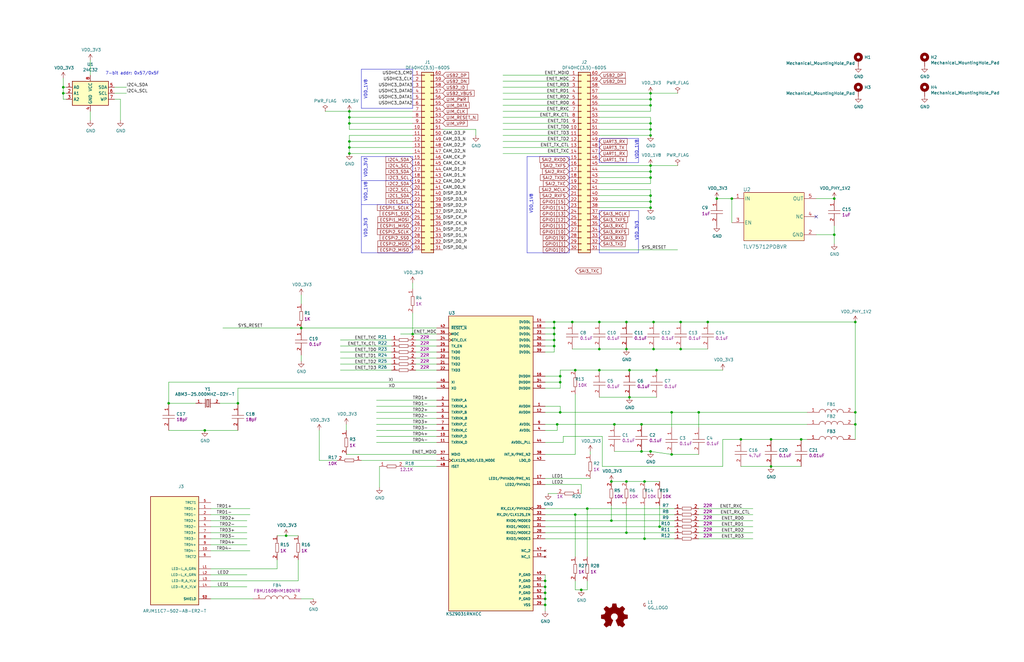
<source format=kicad_sch>
(kicad_sch (version 20230121) (generator eeschema)
  (paper "USLedger")
  (junction (at 274.32 74.93))
  (junction (at 337.82 185.42))
  (junction (at 274.32 69.85))
  (junction (at 229.87 252.73))
  (junction (at 312.42 185.42))
  (junction (at 276.86 156.21))
  (junction (at 275.59 135.89))
  (junction (at 257.81 203.2))
  (junction (at 360.68 173.99))
  (junction (at 283.21 191.77))
  (junction (at 264.16 203.2))
  (junction (at 233.68 140.97))
  (junction (at 265.43 167.64))
  (junction (at 360.68 135.89))
  (junction (at 229.87 247.65))
  (junction (at 294.64 173.99))
  (junction (at 147.32 49.53))
  (junction (at 252.73 135.89))
  (junction (at 147.32 64.77))
  (junction (at 147.32 52.07))
  (junction (at 275.59 147.32))
  (junction (at 236.22 161.29))
  (junction (at 229.87 255.27))
  (junction (at 270.51 190.5))
  (junction (at 259.08 179.07))
  (junction (at 252.73 156.21))
  (junction (at 274.32 44.45))
  (junction (at 257.81 219.71))
  (junction (at 264.16 135.89))
  (junction (at 229.87 245.11))
  (junction (at 241.3 135.89))
  (junction (at 287.02 147.32))
  (junction (at 26.67 36.83))
  (junction (at 86.36 181.61))
  (junction (at 270.51 179.07))
  (junction (at 147.32 46.99))
  (junction (at 120.65 226.06))
  (junction (at 234.95 179.07))
  (junction (at 242.57 156.21))
  (junction (at 274.32 82.55))
  (junction (at 233.68 138.43))
  (junction (at 274.32 41.91))
  (junction (at 351.79 99.06))
  (junction (at 127 138.43))
  (junction (at 252.73 147.32))
  (junction (at 298.45 135.89))
  (junction (at 26.67 39.37))
  (junction (at 274.32 72.39))
  (junction (at 283.21 173.99))
  (junction (at 247.65 214.63))
  (junction (at 274.32 54.61))
  (junction (at 274.32 85.09))
  (junction (at 173.99 140.97))
  (junction (at 274.32 190.5))
  (junction (at 278.13 222.25))
  (junction (at 274.32 52.07))
  (junction (at 325.12 185.42))
  (junction (at 302.26 83.82))
  (junction (at 274.32 87.63))
  (junction (at 351.79 83.82))
  (junction (at 308.61 83.82))
  (junction (at 360.68 179.07))
  (junction (at 147.32 59.69))
  (junction (at 233.68 143.51))
  (junction (at 245.11 248.92))
  (junction (at 274.32 57.15))
  (junction (at 236.22 158.75))
  (junction (at 274.32 39.37))
  (junction (at 236.22 173.99))
  (junction (at 265.43 156.21))
  (junction (at 271.78 227.33))
  (junction (at 264.16 147.32))
  (junction (at 242.57 217.17))
  (junction (at 264.16 224.79))
  (junction (at 325.12 196.85))
  (junction (at 233.68 146.05))
  (junction (at 271.78 203.2))
  (junction (at 287.02 135.89))
  (junction (at 233.68 135.89))
  (junction (at 71.12 170.18))
  (junction (at 100.33 170.18))
  (junction (at 229.87 250.19))
  (junction (at 147.32 62.23))
  (no_connect (at 344.17 91.44))
  (wire (pts (xy 184.15 179.07) (xy 158.75 179.07)))
  (wire (pts (xy 184.15 176.53) (xy 158.75 176.53)))
  (wire (pts (xy 53.34 39.37) (xy 48.26 39.37)))
  (wire (pts (xy 264.16 147.32) (xy 275.59 147.32)))
  (wire (pts (xy 147.32 57.15) (xy 147.32 59.69)))
  (wire (pts (xy 233.68 135.89) (xy 241.3 135.89)))
  (wire (pts (xy 184.15 194.31) (xy 152.4 194.31)))
  (wire (pts (xy 264.16 203.2) (xy 271.78 203.2)))
  (wire (pts (xy 252.73 54.61) (xy 274.32 54.61)))
  (wire (pts (xy 252.73 82.55) (xy 274.32 82.55)))
  (wire (pts (xy 254 184.15) (xy 254 196.85)))
  (wire (pts (xy 53.34 36.83) (xy 48.26 36.83)))
  (wire (pts (xy 184.15 156.21) (xy 175.26 156.21)))
  (wire (pts (xy 160.02 196.85) (xy 160.02 205.74)))
  (wire (pts (xy 234.95 208.28) (xy 231.14 208.28)))
  (wire (pts (xy 257.81 213.36) (xy 257.81 219.71)))
  (wire (pts (xy 234.95 181.61) (xy 229.87 181.61)))
  (wire (pts (xy 229.87 171.45) (xy 236.22 171.45)))
  (wire (pts (xy 229.87 217.17) (xy 242.57 217.17)))
  (wire (pts (xy 274.32 87.63) (xy 274.32 85.09)))
  (wire (pts (xy 276.86 156.21) (xy 304.8 156.21)))
  (wire (pts (xy 252.73 156.21) (xy 265.43 156.21)))
  (wire (pts (xy 88.9 247.65) (xy 104.14 247.65)))
  (wire (pts (xy 184.15 138.43) (xy 127 138.43)))
  (polyline (pts (xy 252.73 88.9) (xy 252.73 106.68)))
  (wire (pts (xy 252.73 57.15) (xy 274.32 57.15)))
  (polyline (pts (xy 152.4 45.72) (xy 173.99 45.72)))
  (wire (pts (xy 229.87 245.11) (xy 229.87 247.65)))
  (wire (pts (xy 278.13 213.36) (xy 278.13 222.25)))
  (wire (pts (xy 270.51 190.5) (xy 274.32 190.5)))
  (wire (pts (xy 233.68 140.97) (xy 233.68 143.51)))
  (wire (pts (xy 229.87 247.65) (xy 229.87 250.19)))
  (wire (pts (xy 240.03 34.29) (xy 212.09 34.29)))
  (wire (pts (xy 259.08 190.5) (xy 270.51 190.5)))
  (polyline (pts (xy 240.03 106.68) (xy 222.25 106.68)))
  (wire (pts (xy 274.32 46.99) (xy 274.32 44.45)))
  (wire (pts (xy 241.3 135.89) (xy 252.73 135.89)))
  (wire (pts (xy 274.32 69.85) (xy 252.73 69.85)))
  (wire (pts (xy 237.49 184.15) (xy 254 184.15)))
  (wire (pts (xy 88.9 214.63) (xy 105.41 214.63)))
  (wire (pts (xy 274.32 54.61) (xy 274.32 52.07)))
  (wire (pts (xy 240.03 39.37) (xy 212.09 39.37)))
  (wire (pts (xy 245.11 248.92) (xy 247.65 248.92)))
  (wire (pts (xy 312.42 196.85) (xy 325.12 196.85)))
  (wire (pts (xy 105.41 232.41) (xy 88.9 232.41)))
  (wire (pts (xy 274.32 39.37) (xy 274.32 41.91)))
  (wire (pts (xy 147.32 62.23) (xy 147.32 64.77)))
  (wire (pts (xy 351.79 102.87) (xy 351.79 99.06)))
  (wire (pts (xy 184.15 196.85) (xy 170.18 196.85)))
  (wire (pts (xy 274.32 44.45) (xy 274.32 41.91)))
  (wire (pts (xy 252.73 77.47) (xy 274.32 77.47)))
  (wire (pts (xy 264.16 135.89) (xy 275.59 135.89)))
  (wire (pts (xy 175.26 148.59) (xy 184.15 148.59)))
  (wire (pts (xy 88.9 245.11) (xy 125.73 245.11)))
  (wire (pts (xy 252.73 44.45) (xy 274.32 44.45)))
  (wire (pts (xy 134.62 194.31) (xy 134.62 181.61)))
  (wire (pts (xy 285.75 69.85) (xy 274.32 69.85)))
  (wire (pts (xy 38.1 50.8) (xy 38.1 46.99)))
  (wire (pts (xy 252.73 87.63) (xy 274.32 87.63)))
  (wire (pts (xy 229.87 255.27) (xy 229.87 257.81)))
  (wire (pts (xy 88.9 224.79) (xy 104.14 224.79)))
  (wire (pts (xy 27.94 36.83) (xy 26.67 36.83)))
  (wire (pts (xy 252.73 167.64) (xy 265.43 167.64)))
  (polyline (pts (xy 269.24 88.9) (xy 252.73 88.9)))
  (wire (pts (xy 184.15 173.99) (xy 158.75 173.99)))
  (wire (pts (xy 26.67 39.37) (xy 26.67 41.91)))
  (wire (pts (xy 274.32 80.01) (xy 274.32 82.55)))
  (wire (pts (xy 285.75 105.41) (xy 252.73 105.41)))
  (wire (pts (xy 234.95 179.07) (xy 259.08 179.07)))
  (wire (pts (xy 274.32 52.07) (xy 252.73 52.07)))
  (wire (pts (xy 236.22 156.21) (xy 236.22 158.75)))
  (wire (pts (xy 317.5 219.71) (xy 294.64 219.71)))
  (wire (pts (xy 175.26 143.51) (xy 184.15 143.51)))
  (wire (pts (xy 274.32 190.5) (xy 283.21 191.77)))
  (wire (pts (xy 234.95 179.07) (xy 234.95 181.61)))
  (wire (pts (xy 308.61 93.98) (xy 308.61 83.82)))
  (wire (pts (xy 236.22 163.83) (xy 229.87 163.83)))
  (wire (pts (xy 71.12 181.61) (xy 86.36 181.61)))
  (wire (pts (xy 127 138.43) (xy 93.98 138.43)))
  (wire (pts (xy 229.87 179.07) (xy 234.95 179.07)))
  (wire (pts (xy 173.99 140.97) (xy 168.91 140.97)))
  (wire (pts (xy 233.68 138.43) (xy 233.68 140.97)))
  (wire (pts (xy 184.15 146.05) (xy 175.26 146.05)))
  (polyline (pts (xy 173.99 29.21) (xy 173.99 45.72)))
  (wire (pts (xy 283.21 180.34) (xy 283.21 173.99)))
  (wire (pts (xy 104.14 229.87) (xy 88.9 229.87)))
  (wire (pts (xy 274.32 74.93) (xy 274.32 77.47)))
  (wire (pts (xy 146.05 179.07) (xy 146.05 181.61)))
  (wire (pts (xy 242.57 166.37) (xy 242.57 191.77)))
  (wire (pts (xy 137.16 46.99) (xy 147.32 46.99)))
  (polyline (pts (xy 269.24 68.58) (xy 252.73 68.58)))
  (wire (pts (xy 245.11 204.47) (xy 245.11 208.28)))
  (wire (pts (xy 252.73 85.09) (xy 274.32 85.09)))
  (wire (pts (xy 283.21 173.99) (xy 294.64 173.99)))
  (wire (pts (xy 236.22 171.45) (xy 236.22 173.99)))
  (polyline (pts (xy 252.73 58.42) (xy 269.24 58.42)))
  (wire (pts (xy 50.8 41.91) (xy 50.8 50.8)))
  (polyline (pts (xy 152.4 76.2) (xy 173.99 76.2)))
  (wire (pts (xy 242.57 234.95) (xy 242.57 217.17)))
  (wire (pts (xy 229.87 158.75) (xy 236.22 158.75)))
  (wire (pts (xy 147.32 54.61) (xy 147.32 52.07)))
  (wire (pts (xy 229.87 143.51) (xy 233.68 143.51)))
  (wire (pts (xy 317.5 217.17) (xy 294.64 217.17)))
  (wire (pts (xy 270.51 179.07) (xy 340.36 179.07)))
  (wire (pts (xy 325.12 185.42) (xy 312.42 185.42)))
  (wire (pts (xy 229.87 161.29) (xy 236.22 161.29)))
  (wire (pts (xy 88.9 219.71) (xy 104.14 219.71)))
  (wire (pts (xy 360.68 135.89) (xy 360.68 173.99)))
  (wire (pts (xy 252.73 80.01) (xy 274.32 80.01)))
  (wire (pts (xy 27.94 39.37) (xy 26.67 39.37)))
  (wire (pts (xy 165.1 143.51) (xy 143.51 143.51)))
  (polyline (pts (xy 252.73 68.58) (xy 252.73 58.42)))
  (wire (pts (xy 173.99 59.69) (xy 147.32 59.69)))
  (wire (pts (xy 240.03 36.83) (xy 212.09 36.83)))
  (wire (pts (xy 240.03 62.23) (xy 212.09 62.23)))
  (wire (pts (xy 252.73 46.99) (xy 274.32 46.99)))
  (wire (pts (xy 147.32 52.07) (xy 147.32 49.53)))
  (wire (pts (xy 242.57 245.11) (xy 242.57 248.92)))
  (polyline (pts (xy 152.4 106.68) (xy 173.99 106.68)))
  (wire (pts (xy 71.12 170.18) (xy 82.55 170.18)))
  (wire (pts (xy 165.1 156.21) (xy 143.51 156.21)))
  (wire (pts (xy 264.16 213.36) (xy 264.16 224.79)))
  (wire (pts (xy 173.99 119.38) (xy 173.99 121.92)))
  (wire (pts (xy 264.16 224.79) (xy 284.48 224.79)))
  (wire (pts (xy 100.33 170.18) (xy 92.71 170.18)))
  (wire (pts (xy 294.64 214.63) (xy 317.5 214.63)))
  (wire (pts (xy 317.5 222.25) (xy 294.64 222.25)))
  (wire (pts (xy 175.26 153.67) (xy 184.15 153.67)))
  (polyline (pts (xy 173.99 86.36) (xy 152.4 86.36)))
  (wire (pts (xy 344.17 99.06) (xy 351.79 99.06)))
  (wire (pts (xy 259.08 179.07) (xy 270.51 179.07)))
  (wire (pts (xy 242.57 217.17) (xy 284.48 217.17)))
  (polyline (pts (xy 252.73 106.68) (xy 269.24 106.68)))
  (wire (pts (xy 240.03 54.61) (xy 212.09 54.61)))
  (polyline (pts (xy 222.25 66.04) (xy 240.03 66.04)))
  (wire (pts (xy 283.21 191.77) (xy 294.64 191.77)))
  (wire (pts (xy 285.75 39.37) (xy 274.32 39.37)))
  (wire (pts (xy 158.75 186.69) (xy 184.15 186.69)))
  (polyline (pts (xy 173.99 66.04) (xy 173.99 106.68)))
  (wire (pts (xy 229.87 138.43) (xy 233.68 138.43)))
  (polyline (pts (xy 173.99 29.21) (xy 152.4 29.21)))
  (wire (pts (xy 127 149.86) (xy 127 152.4)))
  (wire (pts (xy 146.05 191.77) (xy 184.15 191.77)))
  (polyline (pts (xy 269.24 58.42) (xy 269.24 68.58)))
  (wire (pts (xy 274.32 72.39) (xy 274.32 74.93)))
  (wire (pts (xy 158.75 184.15) (xy 184.15 184.15)))
  (wire (pts (xy 274.32 69.85) (xy 274.32 72.39)))
  (wire (pts (xy 257.81 203.2) (xy 264.16 203.2)))
  (wire (pts (xy 173.99 140.97) (xy 173.99 132.08)))
  (wire (pts (xy 229.87 222.25) (xy 278.13 222.25)))
  (wire (pts (xy 274.32 74.93) (xy 252.73 74.93)))
  (wire (pts (xy 240.03 31.75) (xy 212.09 31.75)))
  (wire (pts (xy 248.92 191.77) (xy 248.92 190.5)))
  (wire (pts (xy 294.64 173.99) (xy 340.36 173.99)))
  (wire (pts (xy 236.22 173.99) (xy 229.87 173.99)))
  (wire (pts (xy 184.15 181.61) (xy 158.75 181.61)))
  (wire (pts (xy 229.87 201.93) (xy 248.92 201.93)))
  (wire (pts (xy 26.67 36.83) (xy 26.67 39.37)))
  (wire (pts (xy 304.8 196.85) (xy 254 196.85)))
  (wire (pts (xy 274.32 82.55) (xy 274.32 85.09)))
  (wire (pts (xy 233.68 146.05) (xy 233.68 148.59)))
  (wire (pts (xy 271.78 227.33) (xy 284.48 227.33)))
  (wire (pts (xy 351.79 99.06) (xy 351.79 95.25)))
  (wire (pts (xy 275.59 147.32) (xy 287.02 147.32)))
  (wire (pts (xy 229.87 242.57) (xy 229.87 245.11)))
  (wire (pts (xy 88.9 252.73) (xy 106.68 252.73)))
  (wire (pts (xy 252.73 72.39) (xy 274.32 72.39)))
  (wire (pts (xy 173.99 62.23) (xy 147.32 62.23)))
  (wire (pts (xy 184.15 168.91) (xy 158.75 168.91)))
  (wire (pts (xy 252.73 49.53) (xy 274.32 49.53)))
  (wire (pts (xy 125.73 245.11) (xy 125.73 236.22)))
  (wire (pts (xy 229.87 250.19) (xy 229.87 252.73)))
  (wire (pts (xy 229.87 140.97) (xy 233.68 140.97)))
  (wire (pts (xy 229.87 224.79) (xy 264.16 224.79)))
  (wire (pts (xy 240.03 46.99) (xy 212.09 46.99)))
  (wire (pts (xy 147.32 46.99) (xy 173.99 46.99)))
  (wire (pts (xy 298.45 147.32) (xy 287.02 147.32)))
  (wire (pts (xy 287.02 135.89) (xy 298.45 135.89)))
  (wire (pts (xy 165.1 151.13) (xy 143.51 151.13)))
  (wire (pts (xy 298.45 135.89) (xy 360.68 135.89)))
  (wire (pts (xy 242.57 191.77) (xy 229.87 191.77)))
  (polyline (pts (xy 222.25 106.68) (xy 222.25 66.04)))
  (wire (pts (xy 236.22 156.21) (xy 242.57 156.21)))
  (wire (pts (xy 240.03 64.77) (xy 212.09 64.77)))
  (wire (pts (xy 340.36 185.42) (xy 337.82 185.42)))
  (wire (pts (xy 271.78 203.2) (xy 278.13 203.2)))
  (wire (pts (xy 26.67 33.02) (xy 26.67 36.83)))
  (wire (pts (xy 134.62 194.31) (xy 142.24 194.31)))
  (wire (pts (xy 351.79 83.82) (xy 344.17 83.82)))
  (wire (pts (xy 229.87 135.89) (xy 233.68 135.89)))
  (wire (pts (xy 360.68 179.07) (xy 360.68 185.42)))
  (wire (pts (xy 116.84 226.06) (xy 120.65 226.06)))
  (wire (pts (xy 88.9 242.57) (xy 104.14 242.57)))
  (wire (pts (xy 229.87 252.73) (xy 229.87 255.27)))
  (wire (pts (xy 165.1 148.59) (xy 143.51 148.59)))
  (wire (pts (xy 242.57 248.92) (xy 245.11 248.92)))
  (wire (pts (xy 275.59 135.89) (xy 287.02 135.89)))
  (wire (pts (xy 184.15 171.45) (xy 158.75 171.45)))
  (wire (pts (xy 88.9 217.17) (xy 105.41 217.17)))
  (wire (pts (xy 247.65 214.63) (xy 284.48 214.63)))
  (wire (pts (xy 71.12 161.29) (xy 184.15 161.29)))
  (wire (pts (xy 127 124.46) (xy 127 128.27)))
  (wire (pts (xy 247.65 234.95) (xy 247.65 214.63)))
  (wire (pts (xy 247.65 248.92) (xy 247.65 245.11)))
  (wire (pts (xy 229.87 219.71) (xy 257.81 219.71)))
  (wire (pts (xy 120.65 226.06) (xy 125.73 226.06)))
  (wire (pts (xy 240.03 59.69) (xy 212.09 59.69)))
  (wire (pts (xy 240.03 41.91) (xy 212.09 41.91)))
  (wire (pts (xy 236.22 158.75) (xy 236.22 161.29)))
  (wire (pts (xy 241.3 147.32) (xy 252.73 147.32)))
  (wire (pts (xy 229.87 214.63) (xy 247.65 214.63)))
  (wire (pts (xy 271.78 213.36) (xy 271.78 227.33)))
  (wire (pts (xy 274.32 57.15) (xy 274.32 54.61)))
  (wire (pts (xy 88.9 240.03) (xy 116.84 240.03)))
  (wire (pts (xy 173.99 57.15) (xy 147.32 57.15)))
  (wire (pts (xy 88.9 222.25) (xy 104.14 222.25)))
  (wire (pts (xy 165.1 153.67) (xy 143.51 153.67)))
  (wire (pts (xy 48.26 41.91) (xy 50.8 41.91)))
  (wire (pts (xy 116.84 240.03) (xy 116.84 236.22)))
  (wire (pts (xy 229.87 146.05) (xy 233.68 146.05)))
  (wire (pts (xy 236.22 173.99) (xy 283.21 173.99)))
  (wire (pts (xy 233.68 148.59) (xy 229.87 148.59)))
  (wire (pts (xy 233.68 143.51) (xy 233.68 146.05)))
  (wire (pts (xy 173.99 54.61) (xy 147.32 54.61)))
  (wire (pts (xy 337.82 185.42) (xy 325.12 185.42)))
  (wire (pts (xy 304.8 185.42) (xy 304.8 196.85)))
  (wire (pts (xy 265.43 156.21) (xy 276.86 156.21)))
  (wire (pts (xy 257.81 219.71) (xy 284.48 219.71)))
  (wire (pts (xy 173.99 64.77) (xy 147.32 64.77)))
  (wire (pts (xy 312.42 185.42) (xy 304.8 185.42)))
  (wire (pts (xy 88.9 227.33) (xy 104.14 227.33)))
  (wire (pts (xy 240.03 52.07) (xy 212.09 52.07)))
  (wire (pts (xy 302.26 83.82) (xy 308.61 83.82)))
  (wire (pts (xy 242.57 156.21) (xy 252.73 156.21)))
  (wire (pts (xy 229.87 204.47) (xy 245.11 204.47)))
  (wire (pts (xy 274.32 41.91) (xy 252.73 41.91)))
  (polyline (pts (xy 269.24 106.68) (xy 269.24 88.9)))
  (wire (pts (xy 184.15 151.13) (xy 175.26 151.13)))
  (wire (pts (xy 184.15 140.97) (xy 173.99 140.97)))
  (wire (pts (xy 317.5 224.79) (xy 294.64 224.79)))
  (polyline (pts (xy 173.99 66.04) (xy 152.4 66.04)))
  (wire (pts (xy 127 252.73) (xy 132.08 252.73)))
  (wire (pts (xy 229.87 186.69) (xy 237.49 186.69)))
  (wire (pts (xy 38.1 25.4) (xy 38.1 31.75)))
  (wire (pts (xy 165.1 146.05) (xy 143.51 146.05)))
  (polyline (pts (xy 152.4 29.21) (xy 152.4 45.72)))
  (wire (pts (xy 147.32 59.69) (xy 147.32 62.23)))
  (wire (pts (xy 100.33 163.83) (xy 184.15 163.83)))
  (wire (pts (xy 274.32 49.53) (xy 274.32 52.07)))
  (wire (pts (xy 240.03 49.53) (xy 212.09 49.53)))
  (wire (pts (xy 294.64 180.34) (xy 294.64 173.99)))
  (wire (pts (xy 252.73 135.89) (xy 264.16 135.89)))
  (wire (pts (xy 240.03 57.15) (xy 212.09 57.15)))
  (wire (pts (xy 278.13 222.25) (xy 284.48 222.25)))
  (polyline (pts (xy 240.03 66.04) (xy 240.03 106.68)))
  (wire (pts (xy 274.32 39.37) (xy 252.73 39.37)))
  (wire (pts (xy 71.12 161.29) (xy 71.12 170.18)))
  (wire (pts (xy 236.22 161.29) (xy 236.22 163.83)))
  (wire (pts (xy 233.68 135.89) (xy 233.68 138.43)))
  (polyline (pts (xy 152.4 66.04) (xy 152.4 106.68)))
  (wire (pts (xy 173.99 49.53) (xy 147.32 49.53)))
  (wire (pts (xy 240.03 44.45) (xy 212.09 44.45)))
  (wire (pts (xy 86.36 181.61) (xy 100.33 181.61)))
  (wire (pts (xy 360.68 173.99) (xy 360.68 179.07)))
  (wire (pts (xy 237.49 186.69) (xy 237.49 184.15)))
  (wire (pts (xy 173.99 52.07) (xy 147.32 52.07)))
  (wire (pts (xy 100.33 170.18) (xy 100.33 163.83)))
  (wire (pts (xy 26.67 41.91) (xy 27.94 41.91)))
  (wire (pts (xy 229.87 227.33) (xy 271.78 227.33)))
  (wire (pts (xy 325.12 196.85) (xy 337.82 196.85)))
  (wire (pts (xy 200.66 54.61) (xy 186.69 54.61)))
  (wire (pts (xy 200.66 57.15) (xy 200.66 54.61)))
  (wire (pts (xy 265.43 167.64) (xy 276.86 167.64)))
  (wire (pts (xy 147.32 49.53) (xy 147.32 46.99)))
  (wire (pts (xy 317.5 227.33) (xy 294.64 227.33)))
  (wire (pts (xy 252.73 147.32) (xy 264.16 147.32)))
  (text "VDD_1V8" (at 224.79 90.17 90) (effects (font (size 1.27 1.27)) (justify left bottom)))
  (text "VDD_1V8" (at 154.94 85.09 90) (effects (font (size 1.27 1.27)) (justify left bottom)))
  (text "VDD_1V8" (at 154.94 41.91 90) (effects (font (size 1.27 1.27)) (justify left bottom)))
  (text "VDD_1V8" (at 269.24 67.31 90) (effects (font (size 1.27 1.27)) (justify left bottom)))
  (text "7-bit addr: 0x57/0x5F" (at 44.45 31.75 0) (effects (font (size 1.27 1.27)) (justify left bottom)))
  (text "VDD_3V3" (at 154.94 100.33 90) (effects (font (size 1.27 1.27)) (justify left bottom)))
  (text "VDD_3V3" (at 269.24 101.6 90) (effects (font (size 1.27 1.27)) (justify left bottom)))
  (text "VDD_3V3" (at 154.94 74.93 90) (effects (font (size 1.27 1.27)) (justify left bottom)))
  (label "TRD2-" (at 99.06 222.25 180))
  (label "DISP_CK_N" (at 186.69 95.25 0))
  (label "TRD4+" (at 99.06 229.87 180))
  (label "I2C4_SDA" (at 53.34 36.83 0))
  (label "I2C4_SCL" (at 53.34 39.37 0))
  (label "ENET_MDC" (at 184.15 140.97 180))
  (label "ENET_RD1" (at 313.69 222.25 180))
  (label "DISP_D3_P" (at 186.69 82.55 0))
  (label "ENET_TX_CTL" (at 158.75 146.05 180))
  (label "CAM_D0_N" (at 186.69 80.01 0))
  (label "ENET_TD1" (at 240.03 52.07 180))
  (label "TRD4-" (at 97.79 232.41 180))
  (label "ENET_RD3" (at 313.69 227.33 180))
  (label "DISP_D1_N" (at 186.69 100.33 0))
  (label "ENET_RXC" (at 240.03 46.99 180))
  (label "DISP_D0_N" (at 186.69 105.41 0))
  (label "TRD1-" (at 173.99 171.45 0))
  (label "ENET_TXC" (at 240.03 64.77 180))
  (label "CAM_D0_P" (at 186.69 77.47 0))
  (label "ENET_RXC" (at 303.53 214.63 0))
  (label "USDHC3_DATA0" (at 173.99 39.37 180))
  (label "ENET_TX_CTL" (at 240.03 62.23 180))
  (label "TRD3+" (at 99.06 224.79 180))
  (label "ENET_TD0" (at 240.03 54.61 180))
  (label "ENET_RD0" (at 313.69 219.71 180))
  (label "CAM_CK_N" (at 186.69 69.85 0))
  (label "USDHC3_DATA2" (at 173.99 44.45 180))
  (label "CAM_D1_P" (at 186.69 72.39 0))
  (label "LED2" (at 237.49 204.47 180))
  (label "TRD1+" (at 97.79 214.63 180))
  (label "LED2" (at 96.52 242.57 180))
  (label "CAM_D3_P" (at 186.69 57.15 0))
  (label "ENET_RX_CTL" (at 316.23 217.17 180))
  (label "ENET_RD3" (at 240.03 36.83 180))
  (label "CAM_CK_P" (at 186.69 67.31 0))
  (label "CAM_D1_N" (at 186.69 74.93 0))
  (label "XI" (at 163.83 161.29 0))
  (label "ENET_TD1" (at 158.75 151.13 180))
  (label "ENET_TD0" (at 158.75 148.59 180))
  (label "DISP_D2_P" (at 186.69 87.63 0))
  (label "TRD4-" (at 173.99 186.69 0))
  (label "USDHC3_DATA1" (at 173.99 41.91 180))
  (label "TRD3-" (at 173.99 181.61 0))
  (label "XO" (at 163.83 163.83 0))
  (label "CAM_D3_N" (at 186.69 59.69 0))
  (label "ENET_MDIO" (at 184.15 191.77 180))
  (label "ENET_MDC" (at 240.03 34.29 180))
  (label "ENET_RD2" (at 313.69 224.79 180))
  (label "TRD1-" (at 97.79 217.17 180))
  (label "ENET_RD0" (at 240.03 44.45 180))
  (label "TRD3-" (at 99.06 227.33 180))
  (label "CAM_D2_N" (at 186.69 64.77 0))
  (label "LED1" (at 96.52 247.65 180))
  (label "LED1" (at 237.49 201.93 180))
  (label "TRD3+" (at 173.99 179.07 0))
  (label "ENET_TD3" (at 240.03 57.15 180))
  (label "DISP_D1_P" (at 186.69 97.79 0))
  (label "DISP_D2_N" (at 186.69 90.17 0))
  (label "ENET_TD2" (at 240.03 59.69 180))
  (label "ENET_TXC" (at 158.75 143.51 180))
  (label "CAM_D2_P" (at 186.69 62.23 0))
  (label "TRD2+" (at 173.99 173.99 0))
  (label "ENET_RX_CTL" (at 240.03 49.53 180))
  (label "ENET_TD3" (at 158.75 156.21 180))
  (label "TRD4+" (at 173.99 184.15 0))
  (label "SYS_RESET" (at 100.33 138.43 0))
  (label "DISP_D0_P" (at 186.69 102.87 0))
  (label "ENET_MDIO" (at 240.03 31.75 180))
  (label "USDHC3_CLK" (at 173.99 34.29 180))
  (label "DISP_CK_P" (at 186.69 92.71 0))
  (label "ENET_RD2" (at 240.03 41.91 180))
  (label "USDHC3_DATA3" (at 173.99 36.83 180))
  (label "TRD2-" (at 173.99 176.53 0))
  (label "TRD2+" (at 99.06 219.71 180))
  (label "TRD1+" (at 173.99 168.91 0))
  (label "DISP_D3_N" (at 186.69 85.09 0))
  (label "USDHC3_CMD" (at 173.99 31.75 180))
  (label "ENET_TD2" (at 158.75 153.67 180))
  (label "ENET_RD1" (at 240.03 39.37 180))
  (label "SYS_RESET" (at 270.51 105.41 0))
  (global_label "SAI3_MCLK" (shape input) (at 252.73 90.17 0) (property "Intersheetrefs" "${INTERSHEET_REFS}" (effects hide)))
  (global_label "SAI2_TXFS" (shape input) (at 240.03 69.85 180) (property "Intersheetrefs" "${INTERSHEET_REFS}" (effects hide)))
  (global_label "ECSPI1_SS0" (shape input) (at 173.99 90.17 180) (property "Intersheetrefs" "${INTERSHEET_REFS}" (effects hide)))
  (global_label "SAI2_RXFS" (shape input) (at 240.03 82.55 180) (property "Intersheetrefs" "${INTERSHEET_REFS}" (effects hide)))
  (global_label "UIM_VPP" (shape input) (at 186.69 52.07 0) (property "Intersheetrefs" "${INTERSHEET_REFS}" (effects hide)))
  (global_label "SAI3_RXD" (shape input) (at 252.73 100.33 0) (property "Intersheetrefs" "${INTERSHEET_REFS}" (effects hide)))
  (global_label "GPIO1[10]" (shape input) (at 240.03 97.79 180) (property "Intersheetrefs" "${INTERSHEET_REFS}" (effects hide)))
  (global_label "GPIO1[12]" (shape input) (at 240.03 92.71 180) (property "Intersheetrefs" "${INTERSHEET_REFS}" (effects hide)))
  (global_label "UIM_DATA" (shape input) (at 186.69 44.45 0) (property "Intersheetrefs" "${INTERSHEET_REFS}" (effects hide)))
  (global_label "I2C3_SCL" (shape input) (at 173.99 74.93 180) (property "Intersheetrefs" "${INTERSHEET_REFS}" (effects hide)))
  (global_label "SAI2_MCLK" (shape input) (at 240.03 80.01 180) (property "Intersheetrefs" "${INTERSHEET_REFS}" (effects hide)))
  (global_label "USB2_DN" (shape input) (at 252.73 34.29 0) (property "Intersheetrefs" "${INTERSHEET_REFS}" (effects hide)))
  (global_label "UIM_RESET_N" (shape input) (at 186.69 49.53 0) (property "Intersheetrefs" "${INTERSHEET_REFS}" (effects hide)))
  (global_label "I2C2_SDA" (shape input) (at 173.99 77.47 180) (property "Intersheetrefs" "${INTERSHEET_REFS}" (effects hide)))
  (global_label "ECSPI2_MISO" (shape input) (at 173.99 105.41 180) (property "Intersheetrefs" "${INTERSHEET_REFS}" (effects hide)))
  (global_label "SAI3_TXFS" (shape input) (at 252.73 92.71 0) (property "Intersheetrefs" "${INTERSHEET_REFS}" (effects hide)))
  (global_label "UART3_RX" (shape input) (at 252.73 59.69 0) (property "Intersheetrefs" "${INTERSHEET_REFS}" (effects hide)))
  (global_label "ECSPI2_SS0" (shape input) (at 173.99 100.33 180) (property "Intersheetrefs" "${INTERSHEET_REFS}" (effects hide)))
  (global_label "ECSPI1_MISO" (shape input) (at 173.99 95.25 180) (property "Intersheetrefs" "${INTERSHEET_REFS}" (effects hide)))
  (global_label "GPIO1[14]" (shape input) (at 240.03 87.63 180) (property "Intersheetrefs" "${INTERSHEET_REFS}" (effects hide)))
  (global_label "GPIO1[1]" (shape input) (at 240.03 102.87 180) (property "Intersheetrefs" "${INTERSHEET_REFS}" (effects hide)))
  (global_label "SAI2_TXC" (shape input) (at 240.03 77.47 180) (property "Intersheetrefs" "${INTERSHEET_REFS}" (effects hide)))
  (global_label "UART1_RX" (shape input) (at 252.73 64.77 0) (property "Intersheetrefs" "${INTERSHEET_REFS}" (effects hide)))
  (global_label "I2C4_SDA" (shape input) (at 173.99 67.31 180) (property "Intersheetrefs" "${INTERSHEET_REFS}" (effects hide)))
  (global_label "SAI3_RXFS" (shape input) (at 252.73 97.79 0) (property "Intersheetrefs" "${INTERSHEET_REFS}" (effects hide)))
  (global_label "SAI3_RXC" (shape input) (at 252.73 95.25 0) (property "Intersheetrefs" "${INTERSHEET_REFS}" (effects hide)))
  (global_label "USB2_ID" (shape input) (at 186.69 36.83 0) (property "Intersheetrefs" "${INTERSHEET_REFS}" (effects hide)))
  (global_label "USB2_VBUS" (shape input) (at 186.69 39.37 0) (property "Intersheetrefs" "${INTERSHEET_REFS}" (effects hide)))
  (global_label "SAI2_TXD0" (shape input) (at 240.03 74.93 180) (property "Intersheetrefs" "${INTERSHEET_REFS}" (effects hide)))
  (global_label "GPIO1[15]" (shape input) (at 240.03 85.09 180) (property "Intersheetrefs" "${INTERSHEET_REFS}" (effects hide)))
  (global_label "UART3_TX" (shape input) (at 252.73 62.23 0) (property "Intersheetrefs" "${INTERSHEET_REFS}" (effects hide)))
  (global_label "ECSPI2_MOSI" (shape input) (at 173.99 102.87 180) (property "Intersheetrefs" "${INTERSHEET_REFS}" (effects hide)))
  (global_label "SAI3_TXC" (shape input) (at 242.57 114.3 0) (property "Intersheetrefs" "${INTERSHEET_REFS}" (effects hide)))
  (global_label "UART1_TX" (shape input) (at 252.73 67.31 0) (property "Intersheetrefs" "${INTERSHEET_REFS}" (effects hide)))
  (global_label "SAI3_TXD" (shape input) (at 252.73 102.87 0) (property "Intersheetrefs" "${INTERSHEET_REFS}" (effects hide)))
  (global_label "GPIO1[9]" (shape input) (at 240.03 100.33 180) (property "Intersheetrefs" "${INTERSHEET_REFS}" (effects hide)))
  (global_label "USB2_DP" (shape input) (at 186.69 31.75 0) (property "Intersheetrefs" "${INTERSHEET_REFS}" (effects hide)))
  (global_label "UIM_PWR" (shape input) (at 186.69 41.91 0) (property "Intersheetrefs" "${INTERSHEET_REFS}" (effects hide)))
  (global_label "I2C1_SDA" (shape input) (at 173.99 82.55 180) (property "Intersheetrefs" "${INTERSHEET_REFS}" (effects hide)))
  (global_label "ECSPI1_MOSI" (shape input) (at 173.99 92.71 180) (property "Intersheetrefs" "${INTERSHEET_REFS}" (effects hide)))
  (global_label "I2C3_SDA" (shape input) (at 173.99 72.39 180) (property "Intersheetrefs" "${INTERSHEET_REFS}" (effects hide)))
  (global_label "ECSPI1_SCLK" (shape input) (at 173.99 87.63 180) (property "Intersheetrefs" "${INTERSHEET_REFS}" (effects hide)))
  (global_label "I2C4_SCL" (shape input) (at 173.99 69.85 180) (property "Intersheetrefs" "${INTERSHEET_REFS}" (effects hide)))
  (global_label "USB2_DP" (shape input) (at 252.73 31.75 0) (property "Intersheetrefs" "${INTERSHEET_REFS}" (effects hide)))
  (global_label "GPIO1[0]" (shape input) (at 240.03 105.41 180) (property "Intersheetrefs" "${INTERSHEET_REFS}" (effects hide)))
  (global_label "ECSPI2_SCLK" (shape input) (at 173.99 97.79 180) (property "Intersheetrefs" "${INTERSHEET_REFS}" (effects hide)))
  (global_label "GPIO1[13]" (shape input) (at 240.03 90.17 180) (property "Intersheetrefs" "${INTERSHEET_REFS}" (effects hide)))
  (global_label "I2C1_SCL" (shape input) (at 173.99 85.09 180) (property "Intersheetrefs" "${INTERSHEET_REFS}" (effects hide)))
  (global_label "SAI2_RXC" (shape input) (at 240.03 72.39 180) (property "Intersheetrefs" "${INTERSHEET_REFS}" (effects hide)))
  (global_label "I2C2_SCL" (shape input) (at 173.99 80.01 180) (property "Intersheetrefs" "${INTERSHEET_REFS}" (effects hide)))
  (global_label "GPIO1[11]" (shape input) (at 240.03 95.25 180) (property "Intersheetrefs" "${INTERSHEET_REFS}" (effects hide)))
  (global_label "SAI2_RXD0" (shape input) (at 240.03 67.31 180) (property "Intersheetrefs" "${INTERSHEET_REFS}" (effects hide)))
  (global_label "USB2_DN" (shape input) (at 186.69 34.29 0) (property "Intersheetrefs" "${INTERSHEET_REFS}" (effects hide)))
  (global_label "UIM_CLK" (shape input) (at 186.69 46.99 0) (property "Intersheetrefs" "${INTERSHEET_REFS}" (effects hide)))
  (symbol (lib_id "Memory_EEPROM:24LC16") (at 38.1 39.37 0) (unit 1)
    (property "Reference" "U1" (at 38.1 27.1526 0))
    (property "Value" "24C32" (at 38.1 29.464 0))
    (property "Footprint" "Package_DFN_QFN:DFN-8-1EP_3x2mm_P0.5mm_EP1.36x1.46mm" (effects hide))
    (property "Datasheet" "http://www.st.com/content/ccc/resource/technical/document/datasheet/80/4e/8c/54/f2/63/4c/4a/CD00001012.pdf/files/CD00001012.pdf/jcr:content/translations/en.CD00001012.pdf" (effects hide))
    (property "Mfgr" "ST" (effects hide))
    (property "Part" "M24C32-FMC6TG" (effects hide))
    (property "Vendorpart" "497-15757-1-ND" (effects hide))
  )
  (symbol (lib_id "power:GND") (at 38.1 50.8 0) (unit 1)
    (property "Reference" "#PWR0226" (effects hide))
    (property "Value" "GND" (at 38.227 55.1942 0))
  )
  (symbol (lib_id "power:GND") (at 50.8 50.8 0) (unit 1)
    (property "Reference" "#PWR0227" (effects hide))
    (property "Value" "GND" (at 50.927 55.1942 0))
  )
  (symbol (lib_id "Connector_Generic:Conn_02x30_Counter_Clockwise") (at 245.11 67.31 0) (unit 1)
    (property "Reference" "J2" (at 246.38 26.2382 0))
    (property "Value" "DF40HC(3.5)-60DS" (at 246.38 28.5496 0))
    (property "Footprint" "kimchi_ulid:DF40HC(3.5)-60DS" (effects hide))
  )
  (symbol (lib_id "power:GND") (at 200.66 57.15 0) (unit 1)
    (property "Reference" "#PWR0101" (effects hide))
    (property "Value" "GND" (at 200.787 61.5442 0))
  )
  (symbol (lib_id "kimchi_ulid:VDD_5V") (at 147.32 46.99 0) (unit 1)
    (property "Reference" "#PWR0102" (effects hide))
    (property "Value" "VDD_5V" (at 147.701 42.5958 0))
  )
  (symbol (lib_id "power:GND") (at 147.32 64.77 0) (unit 1)
    (property "Reference" "#PWR0103" (effects hide))
    (property "Value" "GND" (at 147.447 69.1642 0))
  )
  (symbol (lib_id "kimchi_ulid:VDD_1V8") (at 274.32 69.85 0) (unit 1)
    (property "Reference" "#PWR0104" (effects hide))
    (property "Value" "VDD_1V8" (at 274.701 65.4558 0))
  )
  (symbol (lib_id "power:GND") (at 274.32 87.63 0) (unit 1)
    (property "Reference" "#PWR0105" (effects hide))
    (property "Value" "GND" (at 274.447 92.0242 0))
  )
  (symbol (lib_id "kimchi_ulid:VDD_3V3") (at 274.32 39.37 0) (unit 1)
    (property "Reference" "#PWR0106" (effects hide))
    (property "Value" "VDD_3V3" (at 274.701 34.9758 0))
  )
  (symbol (lib_id "power:GND") (at 274.32 57.15 0) (unit 1)
    (property "Reference" "#PWR0107" (effects hide))
    (property "Value" "GND" (at 274.447 61.5442 0))
  )
  (symbol (lib_id "Connector_Generic:Conn_02x30_Counter_Clockwise") (at 179.07 67.31 0) (unit 1)
    (property "Reference" "J1" (at 180.34 26.2382 0))
    (property "Value" "DF40HC(3.5)-60DS" (at 180.34 28.5496 0))
    (property "Footprint" "kimchi_ulid:DF40HC(3.5)-60DS" (effects hide))
  )
  (symbol (lib_id "kimchi_ulid:VDD_3V3") (at 38.1 25.4 0) (unit 1)
    (property "Reference" "#PWR0112" (effects hide))
    (property "Value" "VDD_3V3" (at 38.481 21.0058 0))
  )
  (symbol (lib_id "kimchi_ulid:VDD_3V3") (at 26.67 33.02 0) (unit 1)
    (property "Reference" "#PWR0113" (effects hide))
    (property "Value" "VDD_3V3" (at 27.051 28.6258 0))
  )
  (symbol (lib_id "power:PWR_FLAG") (at 137.16 46.99 0) (unit 1)
    (property "Reference" "#FLG0101" (effects hide))
    (property "Value" "PWR_FLAG" (at 137.16 42.5958 0))
  )
  (symbol (lib_id "power:PWR_FLAG") (at 285.75 39.37 0) (unit 1)
    (property "Reference" "#FLG0102" (effects hide))
    (property "Value" "PWR_FLAG" (at 285.75 34.9758 0))
  )
  (symbol (lib_id "power:PWR_FLAG") (at 285.75 69.85 0) (unit 1)
    (property "Reference" "#FLG0103" (effects hide))
    (property "Value" "PWR_FLAG" (at 285.75 65.4558 0))
  )
  (symbol (lib_id "power:GND") (at 361.95 27.94 0) (unit 1)
    (property "Reference" "#PWR0108" (effects hide))
    (property "Value" "GND" (at 362.077 32.3342 0))
  )
  (symbol (lib_id "power:GND") (at 361.95 40.64 0) (unit 1)
    (property "Reference" "#PWR0109" (effects hide))
    (property "Value" "GND" (at 362.077 45.0342 0))
  )
  (symbol (lib_id "power:GND") (at 389.89 27.94 0) (unit 1)
    (property "Reference" "#PWR0110" (effects hide))
    (property "Value" "GND" (at 390.017 32.3342 0))
  )
  (symbol (lib_id "power:GND") (at 389.89 40.64 0) (unit 1)
    (property "Reference" "#PWR0111" (effects hide))
    (property "Value" "GND" (at 390.017 45.0342 0))
  )
  (symbol (lib_id "kimchi_ulid:KSZ9031RNXCC") (at 207.01 166.37 0) (unit 1)
    (property "Reference" "U3" (at 190.5 132.08 0))
    (property "Value" "KSZ9031RNXCC" (at 195.58 259.08 0))
    (property "Footprint" "kimchi_ulid:QFN50P700X700X90-49N" (effects hide))
    (property "Datasheet" "https://ww1.microchip.com/downloads/en/DeviceDoc/00002117F.pdf" (effects hide))
    (property "Description" "4/4 Transceiver Full Ethernet 48-QFN (7x7)" (effects hide))
    (property "MP" "KSZ9031RNXCC" (effects hide))
    (property "MF" "Microchip" (effects hide))
    (property "Package" "QFN-48 Microchip" (effects hide))
  )
  (symbol (lib_id "kimchi_ulid:0402ZD105KAT2A") (at 302.26 88.9 270) (unit 1)
    (property "Reference" "C9" (at 295.91 87.63 90) (effects (justify left)))
    (property "Value" "0402ZD105KAT2A" (effects hide))
    (property "Footprint" "AVR-KiCAD-Lib-Resistors:R0402" (effects hide))
    (property "Datasheet" "https://datasheets.avx.com/cx5r.pdf" (effects hide))
    (property "Cost QTY: 1" "0.13000" (effects hide))
    (property "Cost QTY: 1000" "0.02610" (effects hide))
    (property "Cost QTY: 2500" "0.02430" (effects hide))
    (property "Cost QTY: 5000" "0.02223" (effects hide))
    (property "Cost QTY: 10000" "0.02068" (effects hide))
    (property "MFR" "AVX Corporation" (effects hide))
    (property "MFR#" "0402ZD105KAT2A" (effects hide))
    (property "Vendor" "Digikey" (effects hide))
    (property "Vendor #" "478-4596-1-ND" (effects hide))
    (property "Designer" "AVR" (effects hide))
    (property "Height" "0.55mm" (effects hide))
    (property "Date Created" "4/27/2021" (effects hide))
    (property "Date Modified" "4/27/2021" (effects hide))
    (property "Lead-Free ?" "Yes" (effects hide))
    (property "RoHS Levels" "1" (effects hide))
    (property "Mounting" "SMT" (effects hide))
    (property "Pin Count #" "2" (effects hide))
    (property "Status" "Active" (effects hide))
    (property "Tolerance" "10%" (effects hide))
    (property "Type" "Ceramic Cap" (effects hide))
    (property "Voltage" "10V" (effects hide))
    (property "Package" "0402" (effects hide))
    (property "Description" "±10% 10V Ceramic Capacitor X5R 0402 (1005 Metric)" (effects hide))
    (property "_Value_" "1uF" (at 295.91 90.17 90) (effects (justify left)))
    (property "Management_ID" "*" (effects hide))
  )
  (symbol (lib_id "kimchi_ulid:C0402C104K9PACTU") (at 283.21 185.42 270) (unit 1)
    (property "Reference" "C3" (at 286.4612 184.8866 90) (effects (justify left)))
    (property "Value" "C0402C104K9PACTU" (effects hide))
    (property "Footprint" "AVR-KiCAD-Lib-Resistors:R0402" (effects hide))
    (property "Datasheet" "https://content.kemet.com/datasheets/KEM_C1006_X5R_SMD.pdf" (effects hide))
    (property "Cost QTY: 1" "0.10000" (effects hide))
    (property "Cost QTY: 1000" "0.01139" (effects hide))
    (property "Cost QTY: 2500" "0.01035" (effects hide))
    (property "Cost QTY: 5000" "0.00952" (effects hide))
    (property "Cost QTY: 10000" "0.00756" (effects hide))
    (property "MFR" "KEMET" (effects hide))
    (property "MFR#" "C0402C104K9PACTU" (effects hide))
    (property "Vendor" "Digikey" (effects hide))
    (property "Vendor #" "399-3026-6-ND" (effects hide))
    (property "Designer" "AVR" (effects hide))
    (property "Height" "0.55mm" (effects hide))
    (property "Date Created" "12/7/2019" (effects hide))
    (property "Date Modified" "12/7/2019" (effects hide))
    (property "Lead-Free ?" "Yes" (effects hide))
    (property "RoHS Levels" "1" (effects hide))
    (property "Mounting" "SMT" (effects hide))
    (property "Pin Count #" "2" (effects hide))
    (property "Status" "Active" (effects hide))
    (property "Tolerance" "10%" (effects hide))
    (property "Type" "Ceramic Cap" (effects hide))
    (property "Voltage" "6.3V" (effects hide))
    (property "Package" "0402" (effects hide))
    (property "Description" "0.1µF ±10% 6.3V Ceramic Capacitor X5R 0402 (1005 Metric)" (effects hide))
    (property "_Value_" "0.1uF" (at 286.4612 187.198 90) (effects (justify left)))
    (property "Management_ID" "*" (effects hide))
  )
  (symbol (lib_id "kimchi_ulid:C0402C104K9PACTU") (at 252.73 161.29 270) (unit 1)
    (property "Reference" "C5" (at 255.9812 160.7566 90) (effects (justify left)))
    (property "Value" "C0402C104K9PACTU" (effects hide))
    (property "Footprint" "AVR-KiCAD-Lib-Resistors:R0402" (effects hide))
    (property "Datasheet" "https://content.kemet.com/datasheets/KEM_C1006_X5R_SMD.pdf" (effects hide))
    (property "Cost QTY: 1" "0.10000" (effects hide))
    (property "Cost QTY: 1000" "0.01139" (effects hide))
    (property "Cost QTY: 2500" "0.01035" (effects hide))
    (property "Cost QTY: 5000" "0.00952" (effects hide))
    (property "Cost QTY: 10000" "0.00756" (effects hide))
    (property "MFR" "KEMET" (effects hide))
    (property "MFR#" "C0402C104K9PACTU" (effects hide))
    (property "Vendor" "Digikey" (effects hide))
    (property "Vendor #" "399-3026-6-ND" (effects hide))
    (property "Designer" "AVR" (effects hide))
    (property "Height" "0.55mm" (effects hide))
    (property "Date Created" "12/7/2019" (effects hide))
    (property "Date Modified" "12/7/2019" (effects hide))
    (property "Lead-Free ?" "Yes" (effects hide))
    (property "RoHS Levels" "1" (effects hide))
    (property "Mounting" "SMT" (effects hide))
    (property "Pin Count #" "2" (effects hide))
    (property "Status" "Active" (effects hide))
    (property "Tolerance" "10%" (effects hide))
    (property "Type" "Ceramic Cap" (effects hide))
    (property "Voltage" "6.3V" (effects hide))
    (property "Package" "0402" (effects hide))
    (property "Description" "0.1µF ±10% 6.3V Ceramic Capacitor X5R 0402 (1005 Metric)" (effects hide))
    (property "_Value_" "0.1uF" (at 255.9812 163.068 90) (effects (justify left)))
    (property "Management_ID" "*" (effects hide))
  )
  (symbol (lib_id "kimchi_ulid:RC0402FR-0722RL") (at 170.18 156.21 0) (unit 1)
    (property "Reference" "R26" (at 161.29 154.94 0))
    (property "Value" "RC0402FR-0722RL" (effects hide))
    (property "Footprint" "kimchi_ulid:R0402" (effects hide))
    (property "Datasheet" "https://www.yageo.com/upload/media/product/productsearch/datasheet/rchip/PYu-RC_Group_51_RoHS_L_11.pdf" (effects hide))
    (property "Cost QTY: 1" "0.10000" (effects hide))
    (property "Cost QTY: 1000" "0.00289" (effects hide))
    (property "Cost QTY: 2500" "0.00251" (effects hide))
    (property "Cost QTY: 5000" "0.00207" (effects hide))
    (property "Cost QTY: 10000" "0.00163" (effects hide))
    (property "MFR" "Yageo" (effects hide))
    (property "MFR#" "RC0402FR-0722RL" (effects hide))
    (property "Vendor" "Digikey" (effects hide))
    (property "Vendor #" "311-22.0LRTR-ND" (effects hide))
    (property "Designer" "AVR" (effects hide))
    (property "Height" ".4mm" (effects hide))
    (property "Date Created" "7/11/2020" (effects hide))
    (property "Date Modified" "7/11/2020" (effects hide))
    (property "Lead-Free ?" "Yes" (effects hide))
    (property "RoHS Levels" "1" (effects hide))
    (property "Mounting" "SMT" (effects hide))
    (property "Pin Count #" "2" (effects hide))
    (property "Status" "Active" (effects hide))
    (property "Tolerance" "1%" (effects hide))
    (property "Type" "Resistor" (effects hide))
    (property "Voltage" "*" (effects hide))
    (property "Package" "0402" (effects hide))
    (property "_Value_" "22R" (at 179.07 154.94 0))
    (property "Description" "22 Ohms ±1% 0.063W, 1/16W Chip Resistor 0402 (1005 Metric) Moisture Resistant Thick Film" (effects hide))
    (property "Management_ID" "*" (effects hide))
  )
  (symbol (lib_id "kimchi_ulid:RC0402FR-0722RL") (at 170.18 153.67 0) (unit 1)
    (property "Reference" "R25" (at 161.29 152.4 0))
    (property "Value" "RC0402FR-0722RL" (effects hide))
    (property "Footprint" "kimchi_ulid:R0402" (effects hide))
    (property "Datasheet" "https://www.yageo.com/upload/media/product/productsearch/datasheet/rchip/PYu-RC_Group_51_RoHS_L_11.pdf" (effects hide))
    (property "Cost QTY: 1" "0.10000" (effects hide))
    (property "Cost QTY: 1000" "0.00289" (effects hide))
    (property "Cost QTY: 2500" "0.00251" (effects hide))
    (property "Cost QTY: 5000" "0.00207" (effects hide))
    (property "Cost QTY: 10000" "0.00163" (effects hide))
    (property "MFR" "Yageo" (effects hide))
    (property "MFR#" "RC0402FR-0722RL" (effects hide))
    (property "Vendor" "Digikey" (effects hide))
    (property "Vendor #" "311-22.0LRTR-ND" (effects hide))
    (property "Designer" "AVR" (effects hide))
    (property "Height" ".4mm" (effects hide))
    (property "Date Created" "7/11/2020" (effects hide))
    (property "Date Modified" "7/11/2020" (effects hide))
    (property "Lead-Free ?" "Yes" (effects hide))
    (property "RoHS Levels" "1" (effects hide))
    (property "Mounting" "SMT" (effects hide))
    (property "Pin Count #" "2" (effects hide))
    (property "Status" "Active" (effects hide))
    (property "Tolerance" "1%" (effects hide))
    (property "Type" "Resistor" (effects hide))
    (property "Voltage" "*" (effects hide))
    (property "Package" "0402" (effects hide))
    (property "_Value_" "22R" (at 179.07 152.4 0))
    (property "Description" "22 Ohms ±1% 0.063W, 1/16W Chip Resistor 0402 (1005 Metric) Moisture Resistant Thick Film" (effects hide))
    (property "Management_ID" "*" (effects hide))
  )
  (symbol (lib_id "kimchi_ulid:RC0402FR-0722RL") (at 170.18 151.13 0) (unit 1)
    (property "Reference" "R24" (at 161.29 149.86 0))
    (property "Value" "RC0402FR-0722RL" (effects hide))
    (property "Footprint" "kimchi_ulid:R0402" (effects hide))
    (property "Datasheet" "https://www.yageo.com/upload/media/product/productsearch/datasheet/rchip/PYu-RC_Group_51_RoHS_L_11.pdf" (effects hide))
    (property "Cost QTY: 1" "0.10000" (effects hide))
    (property "Cost QTY: 1000" "0.00289" (effects hide))
    (property "Cost QTY: 2500" "0.00251" (effects hide))
    (property "Cost QTY: 5000" "0.00207" (effects hide))
    (property "Cost QTY: 10000" "0.00163" (effects hide))
    (property "MFR" "Yageo" (effects hide))
    (property "MFR#" "RC0402FR-0722RL" (effects hide))
    (property "Vendor" "Digikey" (effects hide))
    (property "Vendor #" "311-22.0LRTR-ND" (effects hide))
    (property "Designer" "AVR" (effects hide))
    (property "Height" ".4mm" (effects hide))
    (property "Date Created" "7/11/2020" (effects hide))
    (property "Date Modified" "7/11/2020" (effects hide))
    (property "Lead-Free ?" "Yes" (effects hide))
    (property "RoHS Levels" "1" (effects hide))
    (property "Mounting" "SMT" (effects hide))
    (property "Pin Count #" "2" (effects hide))
    (property "Status" "Active" (effects hide))
    (property "Tolerance" "1%" (effects hide))
    (property "Type" "Resistor" (effects hide))
    (property "Voltage" "*" (effects hide))
    (property "Package" "0402" (effects hide))
    (property "_Value_" "22R" (at 179.07 149.86 0))
    (property "Description" "22 Ohms ±1% 0.063W, 1/16W Chip Resistor 0402 (1005 Metric) Moisture Resistant Thick Film" (effects hide))
    (property "Management_ID" "*" (effects hide))
  )
  (symbol (lib_id "kimchi_ulid:RC0402FR-0722RL") (at 170.18 148.59 0) (unit 1)
    (property "Reference" "R23" (at 161.29 147.32 0))
    (property "Value" "RC0402FR-0722RL" (effects hide))
    (property "Footprint" "kimchi_ulid:R0402" (effects hide))
    (property "Datasheet" "https://www.yageo.com/upload/media/product/productsearch/datasheet/rchip/PYu-RC_Group_51_RoHS_L_11.pdf" (effects hide))
    (property "Cost QTY: 1" "0.10000" (effects hide))
    (property "Cost QTY: 1000" "0.00289" (effects hide))
    (property "Cost QTY: 2500" "0.00251" (effects hide))
    (property "Cost QTY: 5000" "0.00207" (effects hide))
    (property "Cost QTY: 10000" "0.00163" (effects hide))
    (property "MFR" "Yageo" (effects hide))
    (property "MFR#" "RC0402FR-0722RL" (effects hide))
    (property "Vendor" "Digikey" (effects hide))
    (property "Vendor #" "311-22.0LRTR-ND" (effects hide))
    (property "Designer" "AVR" (effects hide))
    (property "Height" ".4mm" (effects hide))
    (property "Date Created" "7/11/2020" (effects hide))
    (property "Date Modified" "7/11/2020" (effects hide))
    (property "Lead-Free ?" "Yes" (effects hide))
    (property "RoHS Levels" "1" (effects hide))
    (property "Mounting" "SMT" (effects hide))
    (property "Pin Count #" "2" (effects hide))
    (property "Status" "Active" (effects hide))
    (property "Tolerance" "1%" (effects hide))
    (property "Type" "Resistor" (effects hide))
    (property "Voltage" "*" (effects hide))
    (property "Package" "0402" (effects hide))
    (property "_Value_" "22R" (at 179.07 147.32 0))
    (property "Description" "22 Ohms ±1% 0.063W, 1/16W Chip Resistor 0402 (1005 Metric) Moisture Resistant Thick Film" (effects hide))
    (property "Management_ID" "*" (effects hide))
  )
  (symbol (lib_id "kimchi_ulid:RC0402FR-0722RL") (at 170.18 146.05 0) (unit 1)
    (property "Reference" "R22" (at 161.29 144.78 0))
    (property "Value" "RC0402FR-0722RL" (effects hide))
    (property "Footprint" "kimchi_ulid:R0402" (effects hide))
    (property "Datasheet" "https://www.yageo.com/upload/media/product/productsearch/datasheet/rchip/PYu-RC_Group_51_RoHS_L_11.pdf" (effects hide))
    (property "Cost QTY: 1" "0.10000" (effects hide))
    (property "Cost QTY: 1000" "0.00289" (effects hide))
    (property "Cost QTY: 2500" "0.00251" (effects hide))
    (property "Cost QTY: 5000" "0.00207" (effects hide))
    (property "Cost QTY: 10000" "0.00163" (effects hide))
    (property "MFR" "Yageo" (effects hide))
    (property "MFR#" "RC0402FR-0722RL" (effects hide))
    (property "Vendor" "Digikey" (effects hide))
    (property "Vendor #" "311-22.0LRTR-ND" (effects hide))
    (property "Designer" "AVR" (effects hide))
    (property "Height" ".4mm" (effects hide))
    (property "Date Created" "7/11/2020" (effects hide))
    (property "Date Modified" "7/11/2020" (effects hide))
    (property "Lead-Free ?" "Yes" (effects hide))
    (property "RoHS Levels" "1" (effects hide))
    (property "Mounting" "SMT" (effects hide))
    (property "Pin Count #" "2" (effects hide))
    (property "Status" "Active" (effects hide))
    (property "Tolerance" "1%" (effects hide))
    (property "Type" "Resistor" (effects hide))
    (property "Voltage" "*" (effects hide))
    (property "Package" "0402" (effects hide))
    (property "_Value_" "22R" (at 179.07 144.78 0))
    (property "Description" "22 Ohms ±1% 0.063W, 1/16W Chip Resistor 0402 (1005 Metric) Moisture Resistant Thick Film" (effects hide))
    (property "Management_ID" "*" (effects hide))
  )
  (symbol (lib_id "kimchi_ulid:RC0402FR-0722RL") (at 170.18 143.51 0) (unit 1)
    (property "Reference" "R21" (at 161.29 142.24 0))
    (property "Value" "RC0402FR-0722RL" (effects hide))
    (property "Footprint" "kimchi_ulid:R0402" (effects hide))
    (property "Datasheet" "https://www.yageo.com/upload/media/product/productsearch/datasheet/rchip/PYu-RC_Group_51_RoHS_L_11.pdf" (effects hide))
    (property "Cost QTY: 1" "0.10000" (effects hide))
    (property "Cost QTY: 1000" "0.00289" (effects hide))
    (property "Cost QTY: 2500" "0.00251" (effects hide))
    (property "Cost QTY: 5000" "0.00207" (effects hide))
    (property "Cost QTY: 10000" "0.00163" (effects hide))
    (property "MFR" "Yageo" (effects hide))
    (property "MFR#" "RC0402FR-0722RL" (effects hide))
    (property "Vendor" "Digikey" (effects hide))
    (property "Vendor #" "311-22.0LRTR-ND" (effects hide))
    (property "Designer" "AVR" (effects hide))
    (property "Height" ".4mm" (effects hide))
    (property "Date Created" "7/11/2020" (effects hide))
    (property "Date Modified" "7/11/2020" (effects hide))
    (property "Lead-Free ?" "Yes" (effects hide))
    (property "RoHS Levels" "1" (effects hide))
    (property "Mounting" "SMT" (effects hide))
    (property "Pin Count #" "2" (effects hide))
    (property "Status" "Active" (effects hide))
    (property "Tolerance" "1%" (effects hide))
    (property "Type" "Resistor" (effects hide))
    (property "Voltage" "*" (effects hide))
    (property "Package" "0402" (effects hide))
    (property "_Value_" "22R" (at 179.07 142.24 0))
    (property "Description" "22 Ohms ±1% 0.063W, 1/16W Chip Resistor 0402 (1005 Metric) Moisture Resistant Thick Film" (effects hide))
    (property "Management_ID" "*" (effects hide))
  )
  (symbol (lib_id "kimchi_ulid:C0402C104K9PACTU") (at 259.08 184.15 270) (unit 1)
    (property "Reference" "C1" (at 262.3312 183.6166 90) (effects (justify left)))
    (property "Value" "C0402C104K9PACTU" (effects hide))
    (property "Footprint" "AVR-KiCAD-Lib-Resistors:R0402" (effects hide))
    (property "Datasheet" "https://content.kemet.com/datasheets/KEM_C1006_X5R_SMD.pdf" (effects hide))
    (property "Cost QTY: 1" "0.10000" (effects hide))
    (property "Cost QTY: 1000" "0.01139" (effects hide))
    (property "Cost QTY: 2500" "0.01035" (effects hide))
    (property "Cost QTY: 5000" "0.00952" (effects hide))
    (property "Cost QTY: 10000" "0.00756" (effects hide))
    (property "MFR" "KEMET" (effects hide))
    (property "MFR#" "C0402C104K9PACTU" (effects hide))
    (property "Vendor" "Digikey" (effects hide))
    (property "Vendor #" "399-3026-6-ND" (effects hide))
    (property "Designer" "AVR" (effects hide))
    (property "Height" "0.55mm" (effects hide))
    (property "Date Created" "12/7/2019" (effects hide))
    (property "Date Modified" "12/7/2019" (effects hide))
    (property "Lead-Free ?" "Yes" (effects hide))
    (property "RoHS Levels" "1" (effects hide))
    (property "Mounting" "SMT" (effects hide))
    (property "Pin Count #" "2" (effects hide))
    (property "Status" "Active" (effects hide))
    (property "Tolerance" "10%" (effects hide))
    (property "Type" "Ceramic Cap" (effects hide))
    (property "Voltage" "6.3V" (effects hide))
    (property "Package" "0402" (effects hide))
    (property "Description" "0.1µF ±10% 6.3V Ceramic Capacitor X5R 0402 (1005 Metric)" (effects hide))
    (property "_Value_" "0.1uF" (at 262.3312 185.928 90) (effects (justify left)))
    (property "Management_ID" "*" (effects hide))
  )
  (symbol (lib_id "kimchi_ulid:C0402C104K9PACTU") (at 270.51 184.15 270) (unit 1)
    (property "Reference" "C2" (at 273.7612 183.6166 90) (effects (justify left)))
    (property "Value" "C0402C104K9PACTU" (effects hide))
    (property "Footprint" "AVR-KiCAD-Lib-Resistors:R0402" (effects hide))
    (property "Datasheet" "https://content.kemet.com/datasheets/KEM_C1006_X5R_SMD.pdf" (effects hide))
    (property "Cost QTY: 1" "0.10000" (effects hide))
    (property "Cost QTY: 1000" "0.01139" (effects hide))
    (property "Cost QTY: 2500" "0.01035" (effects hide))
    (property "Cost QTY: 5000" "0.00952" (effects hide))
    (property "Cost QTY: 10000" "0.00756" (effects hide))
    (property "MFR" "KEMET" (effects hide))
    (property "MFR#" "C0402C104K9PACTU" (effects hide))
    (property "Vendor" "Digikey" (effects hide))
    (property "Vendor #" "399-3026-6-ND" (effects hide))
    (property "Designer" "AVR" (effects hide))
    (property "Height" "0.55mm" (effects hide))
    (property "Date Created" "12/7/2019" (effects hide))
    (property "Date Modified" "12/7/2019" (effects hide))
    (property "Lead-Free ?" "Yes" (effects hide))
    (property "RoHS Levels" "1" (effects hide))
    (property "Mounting" "SMT" (effects hide))
    (property "Pin Count #" "2" (effects hide))
    (property "Status" "Active" (effects hide))
    (property "Tolerance" "10%" (effects hide))
    (property "Type" "Ceramic Cap" (effects hide))
    (property "Voltage" "6.3V" (effects hide))
    (property "Package" "0402" (effects hide))
    (property "Description" "0.1µF ±10% 6.3V Ceramic Capacitor X5R 0402 (1005 Metric)" (effects hide))
    (property "_Value_" "0.1uF" (at 273.7612 185.928 90) (effects (justify left)))
    (property "Management_ID" "*" (effects hide))
  )
  (symbol (lib_id "kimchi_ulid:C0402C104K9PACTU") (at 294.64 185.42 270) (unit 1)
    (property "Reference" "C4" (at 297.8912 184.8866 90) (effects (justify left)))
    (property "Value" "C0402C104K9PACTU" (effects hide))
    (property "Footprint" "AVR-KiCAD-Lib-Resistors:R0402" (effects hide))
    (property "Datasheet" "https://content.kemet.com/datasheets/KEM_C1006_X5R_SMD.pdf" (effects hide))
    (property "Cost QTY: 1" "0.10000" (effects hide))
    (property "Cost QTY: 1000" "0.01139" (effects hide))
    (property "Cost QTY: 2500" "0.01035" (effects hide))
    (property "Cost QTY: 5000" "0.00952" (effects hide))
    (property "Cost QTY: 10000" "0.00756" (effects hide))
    (property "MFR" "KEMET" (effects hide))
    (property "MFR#" "C0402C104K9PACTU" (effects hide))
    (property "Vendor" "Digikey" (effects hide))
    (property "Vendor #" "399-3026-6-ND" (effects hide))
    (property "Designer" "AVR" (effects hide))
    (property "Height" "0.55mm" (effects hide))
    (property "Date Created" "12/7/2019" (effects hide))
    (property "Date Modified" "12/7/2019" (effects hide))
    (property "Lead-Free ?" "Yes" (effects hide))
    (property "RoHS Levels" "1" (effects hide))
    (property "Mounting" "SMT" (effects hide))
    (property "Pin Count #" "2" (effects hide))
    (property "Status" "Active" (effects hide))
    (property "Tolerance" "10%" (effects hide))
    (property "Type" "Ceramic Cap" (effects hide))
    (property "Voltage" "6.3V" (effects hide))
    (property "Package" "0402" (effects hide))
    (property "Description" "0.1µF ±10% 6.3V Ceramic Capacitor X5R 0402 (1005 Metric)" (effects hide))
    (property "_Value_" "0.1uF" (at 297.8912 187.198 90) (effects (justify left)))
    (property "Management_ID" "*" (effects hide))
  )
  (symbol (lib_id "kimchi_ulid:C0402C104K9PACTU") (at 265.43 161.29 270) (unit 1)
    (property "Reference" "C6" (at 268.6812 160.7566 90) (effects (justify left)))
    (property "Value" "C0402C104K9PACTU" (effects hide))
    (property "Footprint" "AVR-KiCAD-Lib-Resistors:R0402" (effects hide))
    (property "Datasheet" "https://content.kemet.com/datasheets/KEM_C1006_X5R_SMD.pdf" (effects hide))
    (property "Cost QTY: 1" "0.10000" (effects hide))
    (property "Cost QTY: 1000" "0.01139" (effects hide))
    (property "Cost QTY: 2500" "0.01035" (effects hide))
    (property "Cost QTY: 5000" "0.00952" (effects hide))
    (property "Cost QTY: 10000" "0.00756" (effects hide))
    (property "MFR" "KEMET" (effects hide))
    (property "MFR#" "C0402C104K9PACTU" (effects hide))
    (property "Vendor" "Digikey" (effects hide))
    (property "Vendor #" "399-3026-6-ND" (effects hide))
    (property "Designer" "AVR" (effects hide))
    (property "Height" "0.55mm" (effects hide))
    (property "Date Created" "12/7/2019" (effects hide))
    (property "Date Modified" "12/7/2019" (effects hide))
    (property "Lead-Free ?" "Yes" (effects hide))
    (property "RoHS Levels" "1" (effects hide))
    (property "Mounting" "SMT" (effects hide))
    (property "Pin Count #" "2" (effects hide))
    (property "Status" "Active" (effects hide))
    (property "Tolerance" "10%" (effects hide))
    (property "Type" "Ceramic Cap" (effects hide))
    (property "Voltage" "6.3V" (effects hide))
    (property "Package" "0402" (effects hide))
    (property "Description" "0.1µF ±10% 6.3V Ceramic Capacitor X5R 0402 (1005 Metric)" (effects hide))
    (property "_Value_" "0.1uF" (at 268.6812 163.068 90) (effects (justify left)))
    (property "Management_ID" "*" (effects hide))
  )
  (symbol (lib_id "kimchi_ulid:ARJM11C7-502-AB-ER2-T") (at 73.66 232.41 0) (mirror y) (unit 1)
    (property "Reference" "J3" (at 76.3778 205.3082 0))
    (property "Value" "ARJM11C7-502-AB-ER2-T" (at 73.66 257.81 0))
    (property "Footprint" "ABRACON_ARJM11C7-502-AB-ER2-T" (effects hide))
    (property "STANDARD" "Manufacturer Recommendations" (effects hide))
    (property "MAXIMUM_PACKAGE_HEIGHT" "15.3mm" (effects hide))
    (property "MANUFACTURER" "Abracon" (effects hide))
    (property "PARTREV" "04.22.2019" (effects hide))
  )
  (symbol (lib_id "kimchi_ulid:C0402C104K9PACTU") (at 276.86 161.29 270) (unit 1)
    (property "Reference" "C7" (at 280.1112 160.7566 90) (effects (justify left)))
    (property "Value" "C0402C104K9PACTU" (effects hide))
    (property "Footprint" "AVR-KiCAD-Lib-Resistors:R0402" (effects hide))
    (property "Datasheet" "https://content.kemet.com/datasheets/KEM_C1006_X5R_SMD.pdf" (effects hide))
    (property "Cost QTY: 1" "0.10000" (effects hide))
    (property "Cost QTY: 1000" "0.01139" (effects hide))
    (property "Cost QTY: 2500" "0.01035" (effects hide))
    (property "Cost QTY: 5000" "0.00952" (effects hide))
    (property "Cost QTY: 10000" "0.00756" (effects hide))
    (property "MFR" "KEMET" (effects hide))
    (property "MFR#" "C0402C104K9PACTU" (effects hide))
    (property "Vendor" "Digikey" (effects hide))
    (property "Vendor #" "399-3026-6-ND" (effects hide))
    (property "Designer" "AVR" (effects hide))
    (property "Height" "0.55mm" (effects hide))
    (property "Date Created" "12/7/2019" (effects hide))
    (property "Date Modified" "12/7/2019" (effects hide))
    (property "Lead-Free ?" "Yes" (effects hide))
    (property "RoHS Levels" "1" (effects hide))
    (property "Mounting" "SMT" (effects hide))
    (property "Pin Count #" "2" (effects hide))
    (property "Status" "Active" (effects hide))
    (property "Tolerance" "10%" (effects hide))
    (property "Type" "Ceramic Cap" (effects hide))
    (property "Voltage" "6.3V" (effects hide))
    (property "Package" "0402" (effects hide))
    (property "Description" "0.1µF ±10% 6.3V Ceramic Capacitor X5R 0402 (1005 Metric)" (effects hide))
    (property "_Value_" "0.1uF" (at 280.1112 163.068 90) (effects (justify left)))
    (property "Management_ID" "*" (effects hide))
  )
  (symbol (lib_id "kimchi_ulid:C0402C104K9PACTU") (at 241.3 140.97 270) (unit 1)
    (property "Reference" "C8" (at 244.5512 140.4366 90) (effects (justify left)))
    (property "Value" "C0402C104K9PACTU" (effects hide))
    (property "Footprint" "AVR-KiCAD-Lib-Resistors:R0402" (effects hide))
    (property "Datasheet" "https://content.kemet.com/datasheets/KEM_C1006_X5R_SMD.pdf" (effects hide))
    (property "Cost QTY: 1" "0.10000" (effects hide))
    (property "Cost QTY: 1000" "0.01139" (effects hide))
    (property "Cost QTY: 2500" "0.01035" (effects hide))
    (property "Cost QTY: 5000" "0.00952" (effects hide))
    (property "Cost QTY: 10000" "0.00756" (effects hide))
    (property "MFR" "KEMET" (effects hide))
    (property "MFR#" "C0402C104K9PACTU" (effects hide))
    (property "Vendor" "Digikey" (effects hide))
    (property "Vendor #" "399-3026-6-ND" (effects hide))
    (property "Designer" "AVR" (effects hide))
    (property "Height" "0.55mm" (effects hide))
    (property "Date Created" "12/7/2019" (effects hide))
    (property "Date Modified" "12/7/2019" (effects hide))
    (property "Lead-Free ?" "Yes" (effects hide))
    (property "RoHS Levels" "1" (effects hide))
    (property "Mounting" "SMT" (effects hide))
    (property "Pin Count #" "2" (effects hide))
    (property "Status" "Active" (effects hide))
    (property "Tolerance" "10%" (effects hide))
    (property "Type" "Ceramic Cap" (effects hide))
    (property "Voltage" "6.3V" (effects hide))
    (property "Package" "0402" (effects hide))
    (property "Description" "0.1µF ±10% 6.3V Ceramic Capacitor X5R 0402 (1005 Metric)" (effects hide))
    (property "_Value_" "0.1uF" (at 244.5512 142.748 90) (effects (justify left)))
    (property "Management_ID" "*" (effects hide))
  )
  (symbol (lib_id "kimchi_ulid:C0402C104K9PACTU") (at 252.73 140.97 270) (unit 1)
    (property "Reference" "C10" (at 255.9812 140.4366 90) (effects (justify left)))
    (property "Value" "C0402C104K9PACTU" (effects hide))
    (property "Footprint" "AVR-KiCAD-Lib-Resistors:R0402" (effects hide))
    (property "Datasheet" "https://content.kemet.com/datasheets/KEM_C1006_X5R_SMD.pdf" (effects hide))
    (property "Cost QTY: 1" "0.10000" (effects hide))
    (property "Cost QTY: 1000" "0.01139" (effects hide))
    (property "Cost QTY: 2500" "0.01035" (effects hide))
    (property "Cost QTY: 5000" "0.00952" (effects hide))
    (property "Cost QTY: 10000" "0.00756" (effects hide))
    (property "MFR" "KEMET" (effects hide))
    (property "MFR#" "C0402C104K9PACTU" (effects hide))
    (property "Vendor" "Digikey" (effects hide))
    (property "Vendor #" "399-3026-6-ND" (effects hide))
    (property "Designer" "AVR" (effects hide))
    (property "Height" "0.55mm" (effects hide))
    (property "Date Created" "12/7/2019" (effects hide))
    (property "Date Modified" "12/7/2019" (effects hide))
    (property "Lead-Free ?" "Yes" (effects hide))
    (property "RoHS Levels" "1" (effects hide))
    (property "Mounting" "SMT" (effects hide))
    (property "Pin Count #" "2" (effects hide))
    (property "Status" "Active" (effects hide))
    (property "Tolerance" "10%" (effects hide))
    (property "Type" "Ceramic Cap" (effects hide))
    (property "Voltage" "6.3V" (effects hide))
    (property "Package" "0402" (effects hide))
    (property "Description" "0.1µF ±10% 6.3V Ceramic Capacitor X5R 0402 (1005 Metric)" (effects hide))
    (property "_Value_" "0.1uF" (at 255.9812 142.748 90) (effects (justify left)))
    (property "Management_ID" "*" (effects hide))
  )
  (symbol (lib_id "kimchi_ulid:C0402C104K9PACTU") (at 264.16 140.97 270) (unit 1)
    (property "Reference" "C11" (at 267.4112 140.4366 90) (effects (justify left)))
    (property "Value" "C0402C104K9PACTU" (effects hide))
    (property "Footprint" "AVR-KiCAD-Lib-Resistors:R0402" (effects hide))
    (property "Datasheet" "https://content.kemet.com/datasheets/KEM_C1006_X5R_SMD.pdf" (effects hide))
    (property "Cost QTY: 1" "0.10000" (effects hide))
    (property "Cost QTY: 1000" "0.01139" (effects hide))
    (property "Cost QTY: 2500" "0.01035" (effects hide))
    (property "Cost QTY: 5000" "0.00952" (effects hide))
    (property "Cost QTY: 10000" "0.00756" (effects hide))
    (property "MFR" "KEMET" (effects hide))
    (property "MFR#" "C0402C104K9PACTU" (effects hide))
    (property "Vendor" "Digikey" (effects hide))
    (property "Vendor #" "399-3026-6-ND" (effects hide))
    (property "Designer" "AVR" (effects hide))
    (property "Height" "0.55mm" (effects hide))
    (property "Date Created" "12/7/2019" (effects hide))
    (property "Date Modified" "12/7/2019" (effects hide))
    (property "Lead-Free ?" "Yes" (effects hide))
    (property "RoHS Levels" "1" (effects hide))
    (property "Mounting" "SMT" (effects hide))
    (property "Pin Count #" "2" (effects hide))
    (property "Status" "Active" (effects hide))
    (property "Tolerance" "10%" (effects hide))
    (property "Type" "Ceramic Cap" (effects hide))
    (property "Voltage" "6.3V" (effects hide))
    (property "Package" "0402" (effects hide))
    (property "Description" "0.1µF ±10% 6.3V Ceramic Capacitor X5R 0402 (1005 Metric)" (effects hide))
    (property "_Value_" "0.1uF" (at 267.4112 142.748 90) (effects (justify left)))
    (property "Management_ID" "*" (effects hide))
  )
  (symbol (lib_id "kimchi_ulid:C0402C104K9PACTU") (at 275.59 140.97 270) (unit 1)
    (property "Reference" "C12" (at 278.8412 140.4366 90) (effects (justify left)))
    (property "Value" "C0402C104K9PACTU" (effects hide))
    (property "Footprint" "AVR-KiCAD-Lib-Resistors:R0402" (effects hide))
    (property "Datasheet" "https://content.kemet.com/datasheets/KEM_C1006_X5R_SMD.pdf" (effects hide))
    (property "Cost QTY: 1" "0.10000" (effects hide))
    (property "Cost QTY: 1000" "0.01139" (effects hide))
    (property "Cost QTY: 2500" "0.01035" (effects hide))
    (property "Cost QTY: 5000" "0.00952" (effects hide))
    (property "Cost QTY: 10000" "0.00756" (effects hide))
    (property "MFR" "KEMET" (effects hide))
    (property "MFR#" "C0402C104K9PACTU" (effects hide))
    (property "Vendor" "Digikey" (effects hide))
    (property "Vendor #" "399-3026-6-ND" (effects hide))
    (property "Designer" "AVR" (effects hide))
    (property "Height" "0.55mm" (effects hide))
    (property "Date Created" "12/7/2019" (effects hide))
    (property "Date Modified" "12/7/2019" (effects hide))
    (property "Lead-Free ?" "Yes" (effects hide))
    (property "RoHS Levels" "1" (effects hide))
    (property "Mounting" "SMT" (effects hide))
    (property "Pin Count #" "2" (effects hide))
    (property "Status" "Active" (effects hide))
    (property "Tolerance" "10%" (effects hide))
    (property "Type" "Ceramic Cap" (effects hide))
    (property "Voltage" "6.3V" (effects hide))
    (property "Package" "0402" (effects hide))
    (property "Description" "0.1µF ±10% 6.3V Ceramic Capacitor X5R 0402 (1005 Metric)" (effects hide))
    (property "_Value_" "0.1uF" (at 278.8412 142.748 90) (effects (justify left)))
    (property "Management_ID" "*" (effects hide))
  )
  (symbol (lib_id "kimchi_ulid:C0402C104K9PACTU") (at 287.02 140.97 270) (unit 1)
    (property "Reference" "C13" (at 290.2712 140.4366 90) (effects (justify left)))
    (property "Value" "C0402C104K9PACTU" (effects hide))
    (property "Footprint" "AVR-KiCAD-Lib-Resistors:R0402" (effects hide))
    (property "Datasheet" "https://content.kemet.com/datasheets/KEM_C1006_X5R_SMD.pdf" (effects hide))
    (property "Cost QTY: 1" "0.10000" (effects hide))
    (property "Cost QTY: 1000" "0.01139" (effects hide))
    (property "Cost QTY: 2500" "0.01035" (effects hide))
    (property "Cost QTY: 5000" "0.00952" (effects hide))
    (property "Cost QTY: 10000" "0.00756" (effects hide))
    (property "MFR" "KEMET" (effects hide))
    (property "MFR#" "C0402C104K9PACTU" (effects hide))
    (property "Vendor" "Digikey" (effects hide))
    (property "Vendor #" "399-3026-6-ND" (effects hide))
    (property "Designer" "AVR" (effects hide))
    (property "Height" "0.55mm" (effects hide))
    (property "Date Created" "12/7/2019" (effects hide))
    (property "Date Modified" "12/7/2019" (effects hide))
    (property "Lead-Free ?" "Yes" (effects hide))
    (property "RoHS Levels" "1" (effects hide))
    (property "Mounting" "SMT" (effects hide))
    (property "Pin Count #" "2" (effects hide))
    (property "Status" "Active" (effects hide))
    (property "Tolerance" "10%" (effects hide))
    (property "Type" "Ceramic Cap" (effects hide))
    (property "Voltage" "6.3V" (effects hide))
    (property "Package" "0402" (effects hide))
    (property "Description" "0.1µF ±10% 6.3V Ceramic Capacitor X5R 0402 (1005 Metric)" (effects hide))
    (property "_Value_" "0.1uF" (at 290.2712 142.748 90) (effects (justify left)))
    (property "Management_ID" "*" (effects hide))
  )
  (symbol (lib_id "kimchi_ulid:C0402C104K9PACTU") (at 298.45 140.97 270) (unit 1)
    (property "Reference" "C14" (at 301.7012 140.4366 90) (effects (justify left)))
    (property "Value" "C0402C104K9PACTU" (effects hide))
    (property "Footprint" "AVR-KiCAD-Lib-Resistors:R0402" (effects hide))
    (property "Datasheet" "https://content.kemet.com/datasheets/KEM_C1006_X5R_SMD.pdf" (effects hide))
    (property "Cost QTY: 1" "0.10000" (effects hide))
    (property "Cost QTY: 1000" "0.01139" (effects hide))
    (property "Cost QTY: 2500" "0.01035" (effects hide))
    (property "Cost QTY: 5000" "0.00952" (effects hide))
    (property "Cost QTY: 10000" "0.00756" (effects hide))
    (property "MFR" "KEMET" (effects hide))
    (property "MFR#" "C0402C104K9PACTU" (effects hide))
    (property "Vendor" "Digikey" (effects hide))
    (property "Vendor #" "399-3026-6-ND" (effects hide))
    (property "Designer" "AVR" (effects hide))
    (property "Height" "0.55mm" (effects hide))
    (property "Date Created" "12/7/2019" (effects hide))
    (property "Date Modified" "12/7/2019" (effects hide))
    (property "Lead-Free ?" "Yes" (effects hide))
    (property "RoHS Levels" "1" (effects hide))
    (property "Mounting" "SMT" (effects hide))
    (property "Pin Count #" "2" (effects hide))
    (property "Status" "Active" (effects hide))
    (property "Tolerance" "10%" (effects hide))
    (property "Type" "Ceramic Cap" (effects hide))
    (property "Voltage" "6.3V" (effects hide))
    (property "Package" "0402" (effects hide))
    (property "Description" "0.1µF ±10% 6.3V Ceramic Capacitor X5R 0402 (1005 Metric)" (effects hide))
    (property "_Value_" "0.1uF" (at 301.7012 142.748 90) (effects (justify left)))
    (property "Management_ID" "*" (effects hide))
  )
  (symbol (lib_id "kimchi_ulid:0402ZD105KAT2A") (at 351.79 88.9 270) (unit 1)
    (property "Reference" "C15" (at 355.0412 88.3666 90) (effects (justify left)))
    (property "Value" "0402ZD105KAT2A" (effects hide))
    (property "Footprint" "AVR-KiCAD-Lib-Resistors:R0402" (effects hide))
    (property "Datasheet" "https://datasheets.avx.com/cx5r.pdf" (effects hide))
    (property "Cost QTY: 1" "0.13000" (effects hide))
    (property "Cost QTY: 1000" "0.02610" (effects hide))
    (property "Cost QTY: 2500" "0.02430" (effects hide))
    (property "Cost QTY: 5000" "0.02223" (effects hide))
    (property "Cost QTY: 10000" "0.02068" (effects hide))
    (property "MFR" "AVX Corporation" (effects hide))
    (property "MFR#" "0402ZD105KAT2A" (effects hide))
    (property "Vendor" "Digikey" (effects hide))
    (property "Vendor #" "478-4596-1-ND" (effects hide))
    (property "Designer" "AVR" (effects hide))
    (property "Height" "0.55mm" (effects hide))
    (property "Date Created" "4/27/2021" (effects hide))
    (property "Date Modified" "4/27/2021" (effects hide))
    (property "Lead-Free ?" "Yes" (effects hide))
    (property "RoHS Levels" "1" (effects hide))
    (property "Mounting" "SMT" (effects hide))
    (property "Pin Count #" "2" (effects hide))
    (property "Status" "Active" (effects hide))
    (property "Tolerance" "10%" (effects hide))
    (property "Type" "Ceramic Cap" (effects hide))
    (property "Voltage" "10V" (effects hide))
    (property "Package" "0402" (effects hide))
    (property "Description" "±10% 10V Ceramic Capacitor X5R 0402 (1005 Metric)" (effects hide))
    (property "_Value_" "1uF" (at 355.0412 90.678 90) (effects (justify left)))
    (property "Management_ID" "*" (effects hide))
  )
  (symbol (lib_id "kimchi_ulid:TLV75712PDBVR") (at 313.69 81.28 0) (unit 1)
    (property "Reference" "U2" (at 314.96 80.01 0) (effects (font (size 1.524 1.524))))
    (property "Value" "TLV75712PDBVR" (at 322.58 104.14 0) (effects (font (size 1.524 1.524))))
    (property "Footprint" "kimchi_ulid:TLV75712PDBVR" (effects hide))
  )
  (symbol (lib_id "power:GND") (at 229.87 257.81 0) (unit 1)
    (property "Reference" "#PWR0115" (effects hide))
    (property "Value" "GND" (at 229.997 262.2042 0))
  )
  (symbol (lib_id "power:GND") (at 325.12 196.85 0) (unit 1)
    (property "Reference" "#PWR0116" (effects hide))
    (property "Value" "GND" (at 325.247 201.2442 0))
  )
  (symbol (lib_id "kimchi_ulid:VDD_PHY_1V2") (at 360.68 135.89 0) (unit 1)
    (property "Reference" "#PWR0118" (effects hide))
    (property "Value" "VDD_PHY_1V2" (at 361.061 131.4958 0))
  )
  (symbol (lib_id "kimchi_ulid:VDD_PHY_1V2") (at 351.79 83.82 0) (unit 1)
    (property "Reference" "#PWR0119" (effects hide))
    (property "Value" "VDD_PHY_1V2" (at 352.171 79.4258 0))
  )
  (symbol (lib_id "kimchi_ulid:FBMJ1608HM180NTR") (at 116.84 252.73 0) (unit 1)
    (property "Reference" "FB4" (at 116.84 247.015 0))
    (property "Value" "FBMJ1608HM180NTR" (effects hide))
    (property "Footprint" "kimchi_ulid:R0603" (effects hide))
    (property "Cost QTY: 1" "0.11000" (effects hide))
    (property "Cost QTY: 1000" "0.03135" (effects hide))
    (property "Cost QTY: 2500" "0.02660" (effects hide))
    (property "Cost QTY: 5000" "0.02850" (effects hide))
    (property "Cost QTY: 10000" "*" (effects hide))
    (property "MFR" "Taiyo Yuden" (effects hide))
    (property "MFR#" "FBMJ1608HM180NTR" (effects hide))
    (property "Vendor" "Digikey" (effects hide))
    (property "Vendor #" "587-3251-1-ND" (effects hide))
    (property "Designer" "AVR" (effects hide))
    (property "Height" "1mm" (effects hide))
    (property "Date Created" "12/5/2019" (effects hide))
    (property "Date Modified" "12/5/2019" (effects hide))
    (property "Lead-Free ?" "Yes" (effects hide))
    (property "RoHS Levels" "1" (effects hide))
    (property "Mounting" "SMT" (effects hide))
    (property "Pin Count #" "2" (effects hide))
    (property "Status" "Active" (effects hide))
    (property "Tolerance" "*" (effects hide))
    (property "Type" "Ferrite Bead" (effects hide))
    (property "Voltage" "*" (effects hide))
    (property "Package" "0603" (effects hide))
    (property "_Value_" "FBMJ1608HM180NTR" (at 116.84 249.3264 0))
    (property "Management_ID" "*" (effects hide))
    (property "Description" "18 Ohms @ 100MHz 1 Power Line Ferrite Bead 0603 (1608 Metric) 7.5A 4mOhm" (effects hide))
  )
  (symbol (lib_id "power:GND") (at 132.08 252.73 0) (unit 1)
    (property "Reference" "#PWR0134" (effects hide))
    (property "Value" "GND" (at 132.207 257.1242 0))
  )
  (symbol (lib_id "kimchi_ulid:VDD_3V3") (at 146.05 179.07 0) (unit 1)
    (property "Reference" "#PWR0131" (effects hide))
    (property "Value" "VDD_3V3" (at 146.431 174.6758 0))
  )
  (symbol (lib_id "kimchi_ulid:Mechanical_MountingHole_Pad") (at 361.95 25.4 0) (unit 1)
    (property "Reference" "H1" (at 364.49 24.1554 0) (effects (justify left)))
    (property "Value" "Mechanical_MountingHole_Pad" (at 331.47 26.67 0) (effects (justify left)))
    (property "Footprint" "kimchi_ulid:MountingHole_3mm_Pad" (effects hide))
  )
  (symbol (lib_id "kimchi_ulid:Mechanical_MountingHole_Pad") (at 389.89 25.4 0) (unit 1)
    (property "Reference" "H2" (at 392.43 24.1554 0) (effects (justify left)))
    (property "Value" "Mechanical_MountingHole_Pad" (at 392.43 26.4668 0) (effects (justify left)))
    (property "Footprint" "kimchi_ulid:MountingHole_3mm_Pad" (effects hide))
  )
  (symbol (lib_id "kimchi_ulid:Mechanical_MountingHole_Pad") (at 361.95 38.1 0) (unit 1)
    (property "Reference" "H3" (at 364.49 36.8554 0) (effects (justify left)))
    (property "Value" "Mechanical_MountingHole_Pad" (at 331.47 39.37 0) (effects (justify left)))
    (property "Footprint" "kimchi_ulid:MountingHole_3mm_Pad" (effects hide))
  )
  (symbol (lib_id "kimchi_ulid:Mechanical_MountingHole_Pad") (at 389.89 38.1 0) (unit 1)
    (property "Reference" "H4" (at 392.43 36.8554 0) (effects (justify left)))
    (property "Value" "Mechanical_MountingHole_Pad" (at 392.43 39.1668 0) (effects (justify left)))
    (property "Footprint" "kimchi_ulid:MountingHole_3mm_Pad" (effects hide))
  )
  (symbol (lib_id "kimchi_ulid:GG_LOGO") (at 271.78 255.27 0) (unit 1)
    (property "Reference" "L1" (at 273.05 254.127 0) (effects (justify left)))
    (property "Value" "GG_LOGO" (at 273.05 256.4384 0) (effects (justify left)))
    (property "Footprint" "kimchi_ulid:groupgets_logo" (effects hide))
  )
  (symbol (lib_id "kimchi_ulid:Graphic_Logo_Open_Hardware_Small") (at 259.08 260.35 0) (unit 1)
    (property "Reference" "LOGO1" (effects hide))
    (property "Value" "Graphic_Logo_Open_Hardware_Small" (effects hide))
    (property "Footprint" "kimchi_ulid:OSHW-Logo_5.7x6mm_SilkScreen" (effects hide))
  )
  (symbol (lib_id "kimchi_ulid:RC0402FR-0722RL") (at 289.56 227.33 0) (unit 1)
    (property "Reference" "R12" (at 280.67 226.06 0))
    (property "Value" "RC0402FR-0722RL" (effects hide))
    (property "Footprint" "kimchi_ulid:R0402" (effects hide))
    (property "Datasheet" "https://www.yageo.com/upload/media/product/productsearch/datasheet/rchip/PYu-RC_Group_51_RoHS_L_11.pdf" (effects hide))
    (property "Cost QTY: 1" "0.10000" (effects hide))
    (property "Cost QTY: 1000" "0.00289" (effects hide))
    (property "Cost QTY: 2500" "0.00251" (effects hide))
    (property "Cost QTY: 5000" "0.00207" (effects hide))
    (property "Cost QTY: 10000" "0.00163" (effects hide))
    (property "MFR" "Yageo" (effects hide))
    (property "MFR#" "RC0402FR-0722RL" (effects hide))
    (property "Vendor" "Digikey" (effects hide))
    (property "Vendor #" "311-22.0LRTR-ND" (effects hide))
    (property "Designer" "AVR" (effects hide))
    (property "Height" ".4mm" (effects hide))
    (property "Date Created" "7/11/2020" (effects hide))
    (property "Date Modified" "7/11/2020" (effects hide))
    (property "Lead-Free ?" "Yes" (effects hide))
    (property "RoHS Levels" "1" (effects hide))
    (property "Mounting" "SMT" (effects hide))
    (property "Pin Count #" "2" (effects hide))
    (property "Status" "Active" (effects hide))
    (property "Tolerance" "1%" (effects hide))
    (property "Type" "Resistor" (effects hide))
    (property "Voltage" "*" (effects hide))
    (property "Package" "0402" (effects hide))
    (property "_Value_" "22R" (at 298.45 226.06 0))
    (property "Description" "22 Ohms ±1% 0.063W, 1/16W Chip Resistor 0402 (1005 Metric) Moisture Resistant Thick Film" (effects hide))
    (property "Management_ID" "*" (effects hide))
  )
  (symbol (lib_id "kimchi_ulid:RC0402FR-071KL") (at 127 133.35 270) (unit 1)
    (property "Reference" "R1" (at 128.27 132.08 90) (effects (justify left)))
    (property "Value" "RC0402FR-071KL" (effects hide))
    (property "Footprint" "kimchi_ulid:R0402" (effects hide))
    (property "Datasheet" "https://www.yageo.com/upload/media/product/productsearch/datasheet/rchip/PYu-RC_Group_51_RoHS_L_10.pdf" (effects hide))
    (property "Cost QTY: 1" "0.10000" (effects hide))
    (property "Cost QTY: 1000" "0.00289" (effects hide))
    (property "Cost QTY: 2500" "0.00251" (effects hide))
    (property "Cost QTY: 5000" "0.00207" (effects hide))
    (property "Cost QTY: 10000" "0.00163" (effects hide))
    (property "MFR" "Yageo" (effects hide))
    (property "MFR#" "RC0402FR-071KL" (effects hide))
    (property "Vendor" "Digikey" (effects hide))
    (property "Vendor #" "311-1.00KLRTR-ND" (effects hide))
    (property "Designer" "AVR" (effects hide))
    (property "Height" "0.4mm" (effects hide))
    (property "Date Created" "12/11/2019" (effects hide))
    (property "Date Modified" "12/11/2019" (effects hide))
    (property "Lead-Free ?" "Yes" (effects hide))
    (property "RoHS Levels" "1" (effects hide))
    (property "Mounting" "SMT" (effects hide))
    (property "Pin Count #" "2" (effects hide))
    (property "Status" "Active" (effects hide))
    (property "Tolerance" "1%" (effects hide))
    (property "Type" "Thick Film Resistor" (effects hide))
    (property "Voltage" "*" (effects hide))
    (property "Package" "0402" (effects hide))
    (property "_Value_" "1K" (at 128.27 134.62 90) (effects (justify left)))
    (property "Management_ID" "*" (effects hide))
    (property "Description" " kOhms ±1% 0.063W, 1/16W Chip Resistor 0402 (1005 Metric) Moisture Resistant Thick Film" (effects hide))
  )
  (symbol (lib_id "kimchi_ulid:C0402C104K9PACTU") (at 127 143.51 270) (unit 1)
    (property "Reference" "C19" (at 130.2512 142.9766 90) (effects (justify left)))
    (property "Value" "C0402C104K9PACTU" (effects hide))
    (property "Footprint" "AVR-KiCAD-Lib-Resistors:R0402" (effects hide))
    (property "Datasheet" "https://content.kemet.com/datasheets/KEM_C1006_X5R_SMD.pdf" (effects hide))
    (property "Cost QTY: 1" "0.10000" (effects hide))
    (property "Cost QTY: 1000" "0.01139" (effects hide))
    (property "Cost QTY: 2500" "0.01035" (effects hide))
    (property "Cost QTY: 5000" "0.00952" (effects hide))
    (property "Cost QTY: 10000" "0.00756" (effects hide))
    (property "MFR" "KEMET" (effects hide))
    (property "MFR#" "C0402C104K9PACTU" (effects hide))
    (property "Vendor" "Digikey" (effects hide))
    (property "Vendor #" "399-3026-6-ND" (effects hide))
    (property "Designer" "AVR" (effects hide))
    (property "Height" "0.55mm" (effects hide))
    (property "Date Created" "12/7/2019" (effects hide))
    (property "Date Modified" "12/7/2019" (effects hide))
    (property "Lead-Free ?" "Yes" (effects hide))
    (property "RoHS Levels" "1" (effects hide))
    (property "Mounting" "SMT" (effects hide))
    (property "Pin Count #" "2" (effects hide))
    (property "Status" "Active" (effects hide))
    (property "Tolerance" "10%" (effects hide))
    (property "Type" "Ceramic Cap" (effects hide))
    (property "Voltage" "6.3V" (effects hide))
    (property "Package" "0402" (effects hide))
    (property "Description" "0.1µF ±10% 6.3V Ceramic Capacitor X5R 0402 (1005 Metric)" (effects hide))
    (property "_Value_" "0.1uF" (at 130.2512 145.288 90) (effects (justify left)))
    (property "Management_ID" "*" (effects hide))
  )
  (symbol (lib_id "power:GND") (at 127 152.4 0) (unit 1)
    (property "Reference" "#PWR0120" (effects hide))
    (property "Value" "GND" (at 127.127 156.7942 0))
  )
  (symbol (lib_id "kimchi_ulid:VDD_3V3") (at 127 124.46 0) (unit 1)
    (property "Reference" "#PWR0121" (effects hide))
    (property "Value" "VDD_3V3" (at 127.381 120.0658 0))
  )
  (symbol (lib_id "kimchi_ulid:RC0402FR-0722RL") (at 289.56 224.79 0) (unit 1)
    (property "Reference" "R11" (at 280.67 223.52 0))
    (property "Value" "RC0402FR-0722RL" (effects hide))
    (property "Footprint" "kimchi_ulid:R0402" (effects hide))
    (property "Datasheet" "https://www.yageo.com/upload/media/product/productsearch/datasheet/rchip/PYu-RC_Group_51_RoHS_L_11.pdf" (effects hide))
    (property "Cost QTY: 1" "0.10000" (effects hide))
    (property "Cost QTY: 1000" "0.00289" (effects hide))
    (property "Cost QTY: 2500" "0.00251" (effects hide))
    (property "Cost QTY: 5000" "0.00207" (effects hide))
    (property "Cost QTY: 10000" "0.00163" (effects hide))
    (property "MFR" "Yageo" (effects hide))
    (property "MFR#" "RC0402FR-0722RL" (effects hide))
    (property "Vendor" "Digikey" (effects hide))
    (property "Vendor #" "311-22.0LRTR-ND" (effects hide))
    (property "Designer" "AVR" (effects hide))
    (property "Height" ".4mm" (effects hide))
    (property "Date Created" "7/11/2020" (effects hide))
    (property "Date Modified" "7/11/2020" (effects hide))
    (property "Lead-Free ?" "Yes" (effects hide))
    (property "RoHS Levels" "1" (effects hide))
    (property "Mounting" "SMT" (effects hide))
    (property "Pin Count #" "2" (effects hide))
    (property "Status" "Active" (effects hide))
    (property "Tolerance" "1%" (effects hide))
    (property "Type" "Resistor" (effects hide))
    (property "Voltage" "*" (effects hide))
    (property "Package" "0402" (effects hide))
    (property "_Value_" "22R" (at 298.45 223.52 0))
    (property "Description" "22 Ohms ±1% 0.063W, 1/16W Chip Resistor 0402 (1005 Metric) Moisture Resistant Thick Film" (effects hide))
    (property "Management_ID" "*" (effects hide))
  )
  (symbol (lib_id "kimchi_ulid:RC0402FR-0722RL") (at 289.56 222.25 0) (unit 1)
    (property "Reference" "R10" (at 280.67 220.98 0))
    (property "Value" "RC0402FR-0722RL" (effects hide))
    (property "Footprint" "kimchi_ulid:R0402" (effects hide))
    (property "Datasheet" "https://www.yageo.com/upload/media/product/productsearch/datasheet/rchip/PYu-RC_Group_51_RoHS_L_11.pdf" (effects hide))
    (property "Cost QTY: 1" "0.10000" (effects hide))
    (property "Cost QTY: 1000" "0.00289" (effects hide))
    (property "Cost QTY: 2500" "0.00251" (effects hide))
    (property "Cost QTY: 5000" "0.00207" (effects hide))
    (property "Cost QTY: 10000" "0.00163" (effects hide))
    (property "MFR" "Yageo" (effects hide))
    (property "MFR#" "RC0402FR-0722RL" (effects hide))
    (property "Vendor" "Digikey" (effects hide))
    (property "Vendor #" "311-22.0LRTR-ND" (effects hide))
    (property "Designer" "AVR" (effects hide))
    (property "Height" ".4mm" (effects hide))
    (property "Date Created" "7/11/2020" (effects hide))
    (property "Date Modified" "7/11/2020" (effects hide))
    (property "Lead-Free ?" "Yes" (effects hide))
    (property "RoHS Levels" "1" (effects hide))
    (property "Mounting" "SMT" (effects hide))
    (property "Pin Count #" "2" (effects hide))
    (property "Status" "Active" (effects hide))
    (property "Tolerance" "1%" (effects hide))
    (property "Type" "Resistor" (effects hide))
    (property "Voltage" "*" (effects hide))
    (property "Package" "0402" (effects hide))
    (property "_Value_" "22R" (at 298.45 220.98 0))
    (property "Description" "22 Ohms ±1% 0.063W, 1/16W Chip Resistor 0402 (1005 Metric) Moisture Resistant Thick Film" (effects hide))
    (property "Management_ID" "*" (effects hide))
  )
  (symbol (lib_id "kimchi_ulid:RC0402FR-0722RL") (at 289.56 219.71 0) (unit 1)
    (property "Reference" "R9" (at 280.67 218.44 0))
    (property "Value" "RC0402FR-0722RL" (effects hide))
    (property "Footprint" "kimchi_ulid:R0402" (effects hide))
    (property "Datasheet" "https://www.yageo.com/upload/media/product/productsearch/datasheet/rchip/PYu-RC_Group_51_RoHS_L_11.pdf" (effects hide))
    (property "Cost QTY: 1" "0.10000" (effects hide))
    (property "Cost QTY: 1000" "0.00289" (effects hide))
    (property "Cost QTY: 2500" "0.00251" (effects hide))
    (property "Cost QTY: 5000" "0.00207" (effects hide))
    (property "Cost QTY: 10000" "0.00163" (effects hide))
    (property "MFR" "Yageo" (effects hide))
    (property "MFR#" "RC0402FR-0722RL" (effects hide))
    (property "Vendor" "Digikey" (effects hide))
    (property "Vendor #" "311-22.0LRTR-ND" (effects hide))
    (property "Designer" "AVR" (effects hide))
    (property "Height" ".4mm" (effects hide))
    (property "Date Created" "7/11/2020" (effects hide))
    (property "Date Modified" "7/11/2020" (effects hide))
    (property "Lead-Free ?" "Yes" (effects hide))
    (property "RoHS Levels" "1" (effects hide))
    (property "Mounting" "SMT" (effects hide))
    (property "Pin Count #" "2" (effects hide))
    (property "Status" "Active" (effects hide))
    (property "Tolerance" "1%" (effects hide))
    (property "Type" "Resistor" (effects hide))
    (property "Voltage" "*" (effects hide))
    (property "Package" "0402" (effects hide))
    (property "_Value_" "22R" (at 298.45 218.44 0))
    (property "Description" "22 Ohms ±1% 0.063W, 1/16W Chip Resistor 0402 (1005 Metric) Moisture Resistant Thick Film" (effects hide))
    (property "Management_ID" "*" (effects hide))
  )
  (symbol (lib_id "kimchi_ulid:RC0402FR-0722RL") (at 289.56 217.17 0) (unit 1)
    (property "Reference" "R8" (at 280.67 215.9 0))
    (property "Value" "RC0402FR-0722RL" (effects hide))
    (property "Footprint" "kimchi_ulid:R0402" (effects hide))
    (property "Datasheet" "https://www.yageo.com/upload/media/product/productsearch/datasheet/rchip/PYu-RC_Group_51_RoHS_L_11.pdf" (effects hide))
    (property "Cost QTY: 1" "0.10000" (effects hide))
    (property "Cost QTY: 1000" "0.00289" (effects hide))
    (property "Cost QTY: 2500" "0.00251" (effects hide))
    (property "Cost QTY: 5000" "0.00207" (effects hide))
    (property "Cost QTY: 10000" "0.00163" (effects hide))
    (property "MFR" "Yageo" (effects hide))
    (property "MFR#" "RC0402FR-0722RL" (effects hide))
    (property "Vendor" "Digikey" (effects hide))
    (property "Vendor #" "311-22.0LRTR-ND" (effects hide))
    (property "Designer" "AVR" (effects hide))
    (property "Height" ".4mm" (effects hide))
    (property "Date Created" "7/11/2020" (effects hide))
    (property "Date Modified" "7/11/2020" (effects hide))
    (property "Lead-Free ?" "Yes" (effects hide))
    (property "RoHS Levels" "1" (effects hide))
    (property "Mounting" "SMT" (effects hide))
    (property "Pin Count #" "2" (effects hide))
    (property "Status" "Active" (effects hide))
    (property "Tolerance" "1%" (effects hide))
    (property "Type" "Resistor" (effects hide))
    (property "Voltage" "*" (effects hide))
    (property "Package" "0402" (effects hide))
    (property "_Value_" "22R" (at 298.45 215.9 0))
    (property "Description" "22 Ohms ±1% 0.063W, 1/16W Chip Resistor 0402 (1005 Metric) Moisture Resistant Thick Film" (effects hide))
    (property "Management_ID" "*" (effects hide))
  )
  (symbol (lib_id "kimchi_ulid:RC0402FR-0722RL") (at 289.56 214.63 0) (unit 1)
    (property "Reference" "R7" (at 280.67 213.36 0))
    (property "Value" "RC0402FR-0722RL" (effects hide))
    (property "Footprint" "kimchi_ulid:R0402" (effects hide))
    (property "Datasheet" "https://www.yageo.com/upload/media/product/productsearch/datasheet/rchip/PYu-RC_Group_51_RoHS_L_11.pdf" (effects hide))
    (property "Cost QTY: 1" "0.10000" (effects hide))
    (property "Cost QTY: 1000" "0.00289" (effects hide))
    (property "Cost QTY: 2500" "0.00251" (effects hide))
    (property "Cost QTY: 5000" "0.00207" (effects hide))
    (property "Cost QTY: 10000" "0.00163" (effects hide))
    (property "MFR" "Yageo" (effects hide))
    (property "MFR#" "RC0402FR-0722RL" (effects hide))
    (property "Vendor" "Digikey" (effects hide))
    (property "Vendor #" "311-22.0LRTR-ND" (effects hide))
    (property "Designer" "AVR" (effects hide))
    (property "Height" ".4mm" (effects hide))
    (property "Date Created" "7/11/2020" (effects hide))
    (property "Date Modified" "7/11/2020" (effects hide))
    (property "Lead-Free ?" "Yes" (effects hide))
    (property "RoHS Levels" "1" (effects hide))
    (property "Mounting" "SMT" (effects hide))
    (property "Pin Count #" "2" (effects hide))
    (property "Status" "Active" (effects hide))
    (property "Tolerance" "1%" (effects hide))
    (property "Type" "Resistor" (effects hide))
    (property "Voltage" "*" (effects hide))
    (property "Package" "0402" (effects hide))
    (property "_Value_" "22R" (at 298.45 213.36 0))
    (property "Description" "22 Ohms ±1% 0.063W, 1/16W Chip Resistor 0402 (1005 Metric) Moisture Resistant Thick Film" (effects hide))
    (property "Management_ID" "*" (effects hide))
  )
  (symbol (lib_id "power:GND") (at 245.11 248.92 0) (unit 1)
    (property "Reference" "#PWR0135" (effects hide))
    (property "Value" "GND" (at 245.237 253.3142 0))
  )
  (symbol (lib_id "kimchi_ulid:RC0402FR-0710KL") (at 257.81 208.28 90) (unit 1)
    (property "Reference" "R5" (at 261.62 207.01 90) (effects (justify left)))
    (property "Value" "RC0402FR-0710KL" (effects hide))
    (property "Footprint" "kimchi_ulid:R0402" (effects hide))
    (property "Datasheet" "https://www.yageo.com/upload/media/product/productsearch/datasheet/rchip/PYu-RC_Group_51_RoHS_L_10.pdf" (effects hide))
    (property "Cost QTY: 1" "0.10000" (effects hide))
    (property "Cost QTY: 1000" "0.00289" (effects hide))
    (property "Cost QTY: 2500" "0.00251" (effects hide))
    (property "Cost QTY: 5000" "0.00207" (effects hide))
    (property "Cost QTY: 10000" "*" (effects hide))
    (property "MFR" "Yageo" (effects hide))
    (property "MFR#" "RC0402FR-0710KL" (effects hide))
    (property "Vendor" "Digikey" (effects hide))
    (property "Vendor #" "311-10.0KLRCT-ND" (effects hide))
    (property "Designer" "AVR" (effects hide))
    (property "Height" "0.4mm" (effects hide))
    (property "Date Created" "12/11/2019" (effects hide))
    (property "Date Modified" "12/11/2019" (effects hide))
    (property "Lead-Free ?" "Yes" (effects hide))
    (property "RoHS Levels" "1" (effects hide))
    (property "Mounting" "SMT" (effects hide))
    (property "Pin Count #" "2" (effects hide))
    (property "Status" "Active" (effects hide))
    (property "Tolerance" "1%" (effects hide))
    (property "Type" "Thick FIlm Resistor" (effects hide))
    (property "Voltage" "*" (effects hide))
    (property "Package" "0402" (effects hide))
    (property "_Value_" "10K" (at 262.89 209.55 90) (effects (justify left)))
    (property "Management_ID" "*" (effects hide))
    (property "Description" "10 kOhms ±1% 0.063W, 1/16W Chip Resistor 0402 (1005 Metric) Moisture Resistant Thick Film" (effects hide))
  )
  (symbol (lib_id "kimchi_ulid:RC0402FR-0710KL") (at 264.16 208.28 90) (unit 1)
    (property "Reference" "R6" (at 267.97 207.01 90) (effects (justify left)))
    (property "Value" "RC0402FR-0710KL" (effects hide))
    (property "Footprint" "kimchi_ulid:R0402" (effects hide))
    (property "Datasheet" "https://www.yageo.com/upload/media/product/productsearch/datasheet/rchip/PYu-RC_Group_51_RoHS_L_10.pdf" (effects hide))
    (property "Cost QTY: 1" "0.10000" (effects hide))
    (property "Cost QTY: 1000" "0.00289" (effects hide))
    (property "Cost QTY: 2500" "0.00251" (effects hide))
    (property "Cost QTY: 5000" "0.00207" (effects hide))
    (property "Cost QTY: 10000" "*" (effects hide))
    (property "MFR" "Yageo" (effects hide))
    (property "MFR#" "RC0402FR-0710KL" (effects hide))
    (property "Vendor" "Digikey" (effects hide))
    (property "Vendor #" "311-10.0KLRCT-ND" (effects hide))
    (property "Designer" "AVR" (effects hide))
    (property "Height" "0.4mm" (effects hide))
    (property "Date Created" "12/11/2019" (effects hide))
    (property "Date Modified" "12/11/2019" (effects hide))
    (property "Lead-Free ?" "Yes" (effects hide))
    (property "RoHS Levels" "1" (effects hide))
    (property "Mounting" "SMT" (effects hide))
    (property "Pin Count #" "2" (effects hide))
    (property "Status" "Active" (effects hide))
    (property "Tolerance" "1%" (effects hide))
    (property "Type" "Thick FIlm Resistor" (effects hide))
    (property "Voltage" "*" (effects hide))
    (property "Package" "0402" (effects hide))
    (property "_Value_" "10K" (at 269.24 209.55 90) (effects (justify left)))
    (property "Management_ID" "*" (effects hide))
    (property "Description" "10 kOhms ±1% 0.063W, 1/16W Chip Resistor 0402 (1005 Metric) Moisture Resistant Thick Film" (effects hide))
  )
  (symbol (lib_id "kimchi_ulid:RC0402FR-0710KL") (at 271.78 208.28 90) (unit 1)
    (property "Reference" "R14" (at 275.59 207.01 90) (effects (justify left)))
    (property "Value" "RC0402FR-0710KL" (effects hide))
    (property "Footprint" "kimchi_ulid:R0402" (effects hide))
    (property "Datasheet" "https://www.yageo.com/upload/media/product/productsearch/datasheet/rchip/PYu-RC_Group_51_RoHS_L_10.pdf" (effects hide))
    (property "Cost QTY: 1" "0.10000" (effects hide))
    (property "Cost QTY: 1000" "0.00289" (effects hide))
    (property "Cost QTY: 2500" "0.00251" (effects hide))
    (property "Cost QTY: 5000" "0.00207" (effects hide))
    (property "Cost QTY: 10000" "*" (effects hide))
    (property "MFR" "Yageo" (effects hide))
    (property "MFR#" "RC0402FR-0710KL" (effects hide))
    (property "Vendor" "Digikey" (effects hide))
    (property "Vendor #" "311-10.0KLRCT-ND" (effects hide))
    (property "Designer" "AVR" (effects hide))
    (property "Height" "0.4mm" (effects hide))
    (property "Date Created" "12/11/2019" (effects hide))
    (property "Date Modified" "12/11/2019" (effects hide))
    (property "Lead-Free ?" "Yes" (effects hide))
    (property "RoHS Levels" "1" (effects hide))
    (property "Mounting" "SMT" (effects hide))
    (property "Pin Count #" "2" (effects hide))
    (property "Status" "Active" (effects hide))
    (property "Tolerance" "1%" (effects hide))
    (property "Type" "Thick FIlm Resistor" (effects hide))
    (property "Voltage" "*" (effects hide))
    (property "Package" "0402" (effects hide))
    (property "_Value_" "10K" (at 276.86 209.55 90) (effects (justify left)))
    (property "Management_ID" "*" (effects hide))
    (property "Description" "10 kOhms ±1% 0.063W, 1/16W Chip Resistor 0402 (1005 Metric) Moisture Resistant Thick Film" (effects hide))
  )
  (symbol (lib_id "kimchi_ulid:RC0402FR-0710KL") (at 278.13 208.28 90) (unit 1)
    (property "Reference" "R19" (at 281.94 207.01 90) (effects (justify left)))
    (property "Value" "RC0402FR-0710KL" (effects hide))
    (property "Footprint" "kimchi_ulid:R0402" (effects hide))
    (property "Datasheet" "https://www.yageo.com/upload/media/product/productsearch/datasheet/rchip/PYu-RC_Group_51_RoHS_L_10.pdf" (effects hide))
    (property "Cost QTY: 1" "0.10000" (effects hide))
    (property "Cost QTY: 1000" "0.00289" (effects hide))
    (property "Cost QTY: 2500" "0.00251" (effects hide))
    (property "Cost QTY: 5000" "0.00207" (effects hide))
    (property "Cost QTY: 10000" "*" (effects hide))
    (property "MFR" "Yageo" (effects hide))
    (property "MFR#" "RC0402FR-0710KL" (effects hide))
    (property "Vendor" "Digikey" (effects hide))
    (property "Vendor #" "311-10.0KLRCT-ND" (effects hide))
    (property "Designer" "AVR" (effects hide))
    (property "Height" "0.4mm" (effects hide))
    (property "Date Created" "12/11/2019" (effects hide))
    (property "Date Modified" "12/11/2019" (effects hide))
    (property "Lead-Free ?" "Yes" (effects hide))
    (property "RoHS Levels" "1" (effects hide))
    (property "Mounting" "SMT" (effects hide))
    (property "Pin Count #" "2" (effects hide))
    (property "Status" "Active" (effects hide))
    (property "Tolerance" "1%" (effects hide))
    (property "Type" "Thick FIlm Resistor" (effects hide))
    (property "Voltage" "*" (effects hide))
    (property "Package" "0402" (effects hide))
    (property "_Value_" "10K" (at 283.21 209.55 90) (effects (justify left)))
    (property "Management_ID" "*" (effects hide))
    (property "Description" "10 kOhms ±1% 0.063W, 1/16W Chip Resistor 0402 (1005 Metric) Moisture Resistant Thick Film" (effects hide))
  )
  (symbol (lib_id "kimchi_ulid:VDD_3V3") (at 257.81 203.2 0) (unit 1)
    (property "Reference" "#PWR0136" (effects hide))
    (property "Value" "VDD_3V3" (at 258.191 198.8058 0))
  )
  (symbol (lib_id "kimchi_ulid:RC0402FR-071KL") (at 173.99 127 270) (unit 1)
    (property "Reference" "R4" (at 175.26 125.73 90) (effects (justify left)))
    (property "Value" "RC0402FR-071KL" (effects hide))
    (property "Footprint" "kimchi_ulid:R0402" (effects hide))
    (property "Datasheet" "https://www.yageo.com/upload/media/product/productsearch/datasheet/rchip/PYu-RC_Group_51_RoHS_L_10.pdf" (effects hide))
    (property "Cost QTY: 1" "0.10000" (effects hide))
    (property "Cost QTY: 1000" "0.00289" (effects hide))
    (property "Cost QTY: 2500" "0.00251" (effects hide))
    (property "Cost QTY: 5000" "0.00207" (effects hide))
    (property "Cost QTY: 10000" "0.00163" (effects hide))
    (property "MFR" "Yageo" (effects hide))
    (property "MFR#" "RC0402FR-071KL" (effects hide))
    (property "Vendor" "Digikey" (effects hide))
    (property "Vendor #" "311-1.00KLRTR-ND" (effects hide))
    (property "Designer" "AVR" (effects hide))
    (property "Height" "0.4mm" (effects hide))
    (property "Date Created" "12/11/2019" (effects hide))
    (property "Date Modified" "12/11/2019" (effects hide))
    (property "Lead-Free ?" "Yes" (effects hide))
    (property "RoHS Levels" "1" (effects hide))
    (property "Mounting" "SMT" (effects hide))
    (property "Pin Count #" "2" (effects hide))
    (property "Status" "Active" (effects hide))
    (property "Tolerance" "1%" (effects hide))
    (property "Type" "Thick Film Resistor" (effects hide))
    (property "Voltage" "*" (effects hide))
    (property "Package" "0402" (effects hide))
    (property "_Value_" "1K" (at 175.26 128.27 90) (effects (justify left)))
    (property "Management_ID" "*" (effects hide))
    (property "Description" " kOhms ±1% 0.063W, 1/16W Chip Resistor 0402 (1005 Metric) Moisture Resistant Thick Film" (effects hide))
  )
  (symbol (lib_id "kimchi_ulid:VDD_3V3") (at 173.99 119.38 0) (unit 1)
    (property "Reference" "#PWR0137" (effects hide))
    (property "Value" "VDD_3V3" (at 174.371 114.9858 0))
  )
  (symbol (lib_id "kimchi_ulid:RC0402FR-071KL") (at 242.57 240.03 270) (unit 1)
    (property "Reference" "R27" (at 243.84 238.76 90) (effects (justify left)))
    (property "Value" "RC0402FR-071KL" (effects hide))
    (property "Footprint" "kimchi_ulid:R0402" (effects hide))
    (property "Datasheet" "https://www.yageo.com/upload/media/product/productsearch/datasheet/rchip/PYu-RC_Group_51_RoHS_L_10.pdf" (effects hide))
    (property "Cost QTY: 1" "0.10000" (effects hide))
    (property "Cost QTY: 1000" "0.00289" (effects hide))
    (property "Cost QTY: 2500" "0.00251" (effects hide))
    (property "Cost QTY: 5000" "0.00207" (effects hide))
    (property "Cost QTY: 10000" "0.00163" (effects hide))
    (property "MFR" "Yageo" (effects hide))
    (property "MFR#" "RC0402FR-071KL" (effects hide))
    (property "Vendor" "Digikey" (effects hide))
    (property "Vendor #" "311-1.00KLRTR-ND" (effects hide))
    (property "Designer" "AVR" (effects hide))
    (property "Height" "0.4mm" (effects hide))
    (property "Date Created" "12/11/2019" (effects hide))
    (property "Date Modified" "12/11/2019" (effects hide))
    (property "Lead-Free ?" "Yes" (effects hide))
    (property "RoHS Levels" "1" (effects hide))
    (property "Mounting" "SMT" (effects hide))
    (property "Pin Count #" "2" (effects hide))
    (property "Status" "Active" (effects hide))
    (property "Tolerance" "1%" (effects hide))
    (property "Type" "Thick Film Resistor" (effects hide))
    (property "Voltage" "*" (effects hide))
    (property "Package" "0402" (effects hide))
    (property "_Value_" "1K" (at 243.84 241.3 90) (effects (justify left)))
    (property "Management_ID" "*" (effects hide))
    (property "Description" " kOhms ±1% 0.063W, 1/16W Chip Resistor 0402 (1005 Metric) Moisture Resistant Thick Film" (effects hide))
  )
  (symbol (lib_id "kimchi_ulid:RC0402FR-071KL") (at 247.65 240.03 270) (unit 1)
    (property "Reference" "R28" (at 248.92 238.76 90) (effects (justify left)))
    (property "Value" "RC0402FR-071KL" (effects hide))
    (property "Footprint" "kimchi_ulid:R0402" (effects hide))
    (property "Datasheet" "https://www.yageo.com/upload/media/product/productsearch/datasheet/rchip/PYu-RC_Group_51_RoHS_L_10.pdf" (effects hide))
    (property "Cost QTY: 1" "0.10000" (effects hide))
    (property "Cost QTY: 1000" "0.00289" (effects hide))
    (property "Cost QTY: 2500" "0.00251" (effects hide))
    (property "Cost QTY: 5000" "0.00207" (effects hide))
    (property "Cost QTY: 10000" "0.00163" (effects hide))
    (property "MFR" "Yageo" (effects hide))
    (property "MFR#" "RC0402FR-071KL" (effects hide))
    (property "Vendor" "Digikey" (effects hide))
    (property "Vendor #" "311-1.00KLRTR-ND" (effects hide))
    (property "Designer" "AVR" (effects hide))
    (property "Height" "0.4mm" (effects hide))
    (property "Date Created" "12/11/2019" (effects hide))
    (property "Date Modified" "12/11/2019" (effects hide))
    (property "Lead-Free ?" "Yes" (effects hide))
    (property "RoHS Levels" "1" (effects hide))
    (property "Mounting" "SMT" (effects hide))
    (property "Pin Count #" "2" (effects hide))
    (property "Status" "Active" (effects hide))
    (property "Tolerance" "1%" (effects hide))
    (property "Type" "Thick Film Resistor" (effects hide))
    (property "Voltage" "*" (effects hide))
    (property "Package" "0402" (effects hide))
    (property "_Value_" "1K" (at 248.92 241.3 90) (effects (justify left)))
    (property "Management_ID" "*" (effects hide))
    (property "Description" " kOhms ±1% 0.063W, 1/16W Chip Resistor 0402 (1005 Metric) Moisture Resistant Thick Film" (effects hide))
  )
  (symbol (lib_id "kimchi_ulid:RC0402FR-071KL") (at 146.05 186.69 270) (unit 1)
    (property "Reference" "R3" (at 147.32 185.42 90) (effects (justify left)))
    (property "Value" "RC0402FR-071KL" (effects hide))
    (property "Footprint" "kimchi_ulid:R0402" (effects hide))
    (property "Datasheet" "https://www.yageo.com/upload/media/product/productsearch/datasheet/rchip/PYu-RC_Group_51_RoHS_L_10.pdf" (effects hide))
    (property "Cost QTY: 1" "0.10000" (effects hide))
    (property "Cost QTY: 1000" "0.00289" (effects hide))
    (property "Cost QTY: 2500" "0.00251" (effects hide))
    (property "Cost QTY: 5000" "0.00207" (effects hide))
    (property "Cost QTY: 10000" "0.00163" (effects hide))
    (property "MFR" "Yageo" (effects hide))
    (property "MFR#" "RC0402FR-071KL" (effects hide))
    (property "Vendor" "Digikey" (effects hide))
    (property "Vendor #" "311-1.00KLRTR-ND" (effects hide))
    (property "Designer" "AVR" (effects hide))
    (property "Height" "0.4mm" (effects hide))
    (property "Date Created" "12/11/2019" (effects hide))
    (property "Date Modified" "12/11/2019" (effects hide))
    (property "Lead-Free ?" "Yes" (effects hide))
    (property "RoHS Levels" "1" (effects hide))
    (property "Mounting" "SMT" (effects hide))
    (property "Pin Count #" "2" (effects hide))
    (property "Status" "Active" (effects hide))
    (property "Tolerance" "1%" (effects hide))
    (property "Type" "Thick Film Resistor" (effects hide))
    (property "Voltage" "*" (effects hide))
    (property "Package" "0402" (effects hide))
    (property "_Value_" "1K" (at 147.32 187.96 90) (effects (justify left)))
    (property "Management_ID" "*" (effects hide))
    (property "Description" " kOhms ±1% 0.063W, 1/16W Chip Resistor 0402 (1005 Metric) Moisture Resistant Thick Film" (effects hide))
  )
  (symbol (lib_id "kimchi_ulid:04025A180GAT2A") (at 71.12 175.26 270) (unit 1)
    (property "Reference" "C17" (at 74.3712 174.7266 90) (effects (justify left)))
    (property "Value" "04025A180GAT2A" (effects hide))
    (property "Footprint" "kimchi_ulid:C0402" (effects hide))
    (property "Datasheet" "https://datasheets.avx.com/C0GNP0-Dielectric.pdf" (effects hide))
    (property "Cost QTY: 1" "0.52000" (effects hide))
    (property "Cost QTY: 1000" "0.15249" (effects hide))
    (property "Cost QTY: 2500" "0.14352" (effects hide))
    (property "Cost QTY: 5000" "0.13455" (effects hide))
    (property "Cost QTY: 10000" "0.12558" (effects hide))
    (property "MFR" "AVX Corporation" (effects hide))
    (property "MFR#" "04025A180GAT2A" (effects hide))
    (property "Vendor" "Digikey" (effects hide))
    (property "Vendor #" "478-11762-1-ND" (effects hide))
    (property "Designer" "AVR" (effects hide))
    (property "Height" "0.56mm" (effects hide))
    (property "Date Created" "4/28/2021" (effects hide))
    (property "Date Modified" "4/28/2021" (effects hide))
    (property "Lead-Free ?" "Yes" (effects hide))
    (property "RoHS Levels" "1" (effects hide))
    (property "Mounting" "SMT" (effects hide))
    (property "Pin Count #" "2" (effects hide))
    (property "Status" "Active" (effects hide))
    (property "Tolerance" "2%" (effects hide))
    (property "Type" "Ceramic Cap" (effects hide))
    (property "Voltage" "50V" (effects hide))
    (property "Package" "0402" (effects hide))
    (property "Description" "±2% 50V Ceramic Capacitor C0G, NP0 0402 (1005 Metric)" (effects hide))
    (property "_Value_" "18pF" (at 74.3712 177.038 90) (effects (justify left)))
    (property "Management_ID" "*" (effects hide))
  )
  (symbol (lib_id "kimchi_ulid:04025A180GAT2A") (at 100.33 175.26 270) (unit 1)
    (property "Reference" "C18" (at 103.5812 174.7266 90) (effects (justify left)))
    (property "Value" "04025A180GAT2A" (effects hide))
    (property "Footprint" "kimchi_ulid:C0402" (effects hide))
    (property "Datasheet" "https://datasheets.avx.com/C0GNP0-Dielectric.pdf" (effects hide))
    (property "Cost QTY: 1" "0.52000" (effects hide))
    (property "Cost QTY: 1000" "0.15249" (effects hide))
    (property "Cost QTY: 2500" "0.14352" (effects hide))
    (property "Cost QTY: 5000" "0.13455" (effects hide))
    (property "Cost QTY: 10000" "0.12558" (effects hide))
    (property "MFR" "AVX Corporation" (effects hide))
    (property "MFR#" "04025A180GAT2A" (effects hide))
    (property "Vendor" "Digikey" (effects hide))
    (property "Vendor #" "478-11762-1-ND" (effects hide))
    (property "Designer" "AVR" (effects hide))
    (property "Height" "0.56mm" (effects hide))
    (property "Date Created" "4/28/2021" (effects hide))
    (property "Date Modified" "4/28/2021" (effects hide))
    (property "Lead-Free ?" "Yes" (effects hide))
    (property "RoHS Levels" "1" (effects hide))
    (property "Mounting" "SMT" (effects hide))
    (property "Pin Count #" "2" (effects hide))
    (property "Status" "Active" (effects hide))
    (property "Tolerance" "2%" (effects hide))
    (property "Type" "Ceramic Cap" (effects hide))
    (property "Voltage" "50V" (effects hide))
    (property "Package" "0402" (effects hide))
    (property "Description" "±2% 50V Ceramic Capacitor C0G, NP0 0402 (1005 Metric)" (effects hide))
    (property "_Value_" "18pF" (at 103.5812 177.038 90) (effects (justify left)))
    (property "Management_ID" "*" (effects hide))
  )
  (symbol (lib_id "kimchi_ulid:ABM3-25.000MHZ-D2Y-T") (at 87.63 170.18 0) (unit 1)
    (property "Reference" "Y1" (at 87.63 164.1602 0))
    (property "Value" "ABM3-25.000MHZ-D2Y-T" (at 86.36 166.37 0))
    (property "Footprint" "XTAL500X320X130N" (effects hide))
    (property "MANUFACTURER" "Abracon Corporation" (effects hide))
  )
  (symbol (lib_id "power:GND") (at 86.36 181.61 0) (unit 1)
    (property "Reference" "#PWR0122" (effects hide))
    (property "Value" "GND" (at 86.487 186.0042 0))
  )
  (symbol (lib_id "kimchi_ulid:RC0402FR-0710KL") (at 242.57 161.29 90) (unit 1)
    (property "Reference" "R13" (at 246.38 160.02 90) (effects (justify left)))
    (property "Value" "RC0402FR-0710KL" (effects hide))
    (property "Footprint" "kimchi_ulid:R0402" (effects hide))
    (property "Datasheet" "https://www.yageo.com/upload/media/product/productsearch/datasheet/rchip/PYu-RC_Group_51_RoHS_L_10.pdf" (effects hide))
    (property "Cost QTY: 1" "0.10000" (effects hide))
    (property "Cost QTY: 1000" "0.00289" (effects hide))
    (property "Cost QTY: 2500" "0.00251" (effects hide))
    (property "Cost QTY: 5000" "0.00207" (effects hide))
    (property "Cost QTY: 10000" "*" (effects hide))
    (property "MFR" "Yageo" (effects hide))
    (property "MFR#" "RC0402FR-0710KL" (effects hide))
    (property "Vendor" "Digikey" (effects hide))
    (property "Vendor #" "311-10.0KLRCT-ND" (effects hide))
    (property "Designer" "AVR" (effects hide))
    (property "Height" "0.4mm" (effects hide))
    (property "Date Created" "12/11/2019" (effects hide))
    (property "Date Modified" "12/11/2019" (effects hide))
    (property "Lead-Free ?" "Yes" (effects hide))
    (property "RoHS Levels" "1" (effects hide))
    (property "Mounting" "SMT" (effects hide))
    (property "Pin Count #" "2" (effects hide))
    (property "Status" "Active" (effects hide))
    (property "Tolerance" "1%" (effects hide))
    (property "Type" "Thick FIlm Resistor" (effects hide))
    (property "Voltage" "*" (effects hide))
    (property "Package" "0402" (effects hide))
    (property "_Value_" "10K" (at 247.65 162.56 90) (effects (justify left)))
    (property "Management_ID" "*" (effects hide))
    (property "Description" "10 kOhms ±1% 0.063W, 1/16W Chip Resistor 0402 (1005 Metric) Moisture Resistant Thick Film" (effects hide))
  )
  (symbol (lib_id "kimchi_ulid:RMCF0402FT12K1") (at 165.1 196.85 0) (unit 1)
    (property "Reference" "R18" (at 172.72 195.58 0))
    (property "Value" "RMCF0402FT12K1" (effects hide))
    (property "Footprint" "kimchi_ulid:R0402" (effects hide))
    (property "Datasheet" "https://www.seielect.com/catalog/sei-rmcf_rmcp.pdf" (effects hide))
    (property "Cost QTY: 1" "0.10000" (effects hide))
    (property "Cost QTY: 1000" "0.00274" (effects hide))
    (property "Cost QTY: 2500" "0.00238" (effects hide))
    (property "Cost QTY: 5000" "0.00197" (effects hide))
    (property "Cost QTY: 10000" "0.00171" (effects hide))
    (property "MFR" "Stackpole Electronics Inc" (effects hide))
    (property "MFR#" "RMCF0402FT12K1" (effects hide))
    (property "Vendor" "Digikey" (effects hide))
    (property "Vendor #" "RMCF0402FT12K1CT-ND" (effects hide))
    (property "Designer" "AVR" (effects hide))
    (property "Height" "0.4mm" (effects hide))
    (property "Date Created" "4/28/2021" (effects hide))
    (property "Date Modified" "4/28/2021" (effects hide))
    (property "Lead-Free ?" "Yes" (effects hide))
    (property "RoHS Levels" "1" (effects hide))
    (property "Mounting" "SMT" (effects hide))
    (property "Pin Count #" "2" (effects hide))
    (property "Status" "Active" (effects hide))
    (property "Tolerance" "1%" (effects hide))
    (property "Type" "Thick Film Resistor" (effects hide))
    (property "Voltage" "*" (effects hide))
    (property "Package" "0402" (effects hide))
    (property "_Value_" "12.1K" (at 171.45 198.12 0))
    (property "Management_ID" "*" (effects hide))
    (property "Description" "±1% 0.063W, 1/16W Chip Resistor 0402 (1005 Metric) Automotive AEC-Q200 Thick Film" (effects hide))
  )
  (symbol (lib_id "power:GND") (at 160.02 205.74 0) (unit 1)
    (property "Reference" "#PWR0123" (effects hide))
    (property "Value" "GND" (at 160.147 210.1342 0))
  )
  (symbol (lib_id "kimchi_ulid:VDD_3V3") (at 304.8 156.21 0) (unit 1)
    (property "Reference" "#PWR0124" (effects hide))
    (property "Value" "VDD_3V3" (at 305.181 151.8158 0))
  )
  (symbol (lib_id "kimchi_ulid:RC0402FR-071KL") (at 116.84 231.14 270) (unit 1)
    (property "Reference" "R15" (at 118.11 229.87 90) (effects (justify left)))
    (property "Value" "RC0402FR-071KL" (effects hide))
    (property "Footprint" "kimchi_ulid:R0402" (effects hide))
    (property "Datasheet" "https://www.yageo.com/upload/media/product/productsearch/datasheet/rchip/PYu-RC_Group_51_RoHS_L_10.pdf" (effects hide))
    (property "Cost QTY: 1" "0.10000" (effects hide))
    (property "Cost QTY: 1000" "0.00289" (effects hide))
    (property "Cost QTY: 2500" "0.00251" (effects hide))
    (property "Cost QTY: 5000" "0.00207" (effects hide))
    (property "Cost QTY: 10000" "0.00163" (effects hide))
    (property "MFR" "Yageo" (effects hide))
    (property "MFR#" "RC0402FR-071KL" (effects hide))
    (property "Vendor" "Digikey" (effects hide))
    (property "Vendor #" "311-1.00KLRTR-ND" (effects hide))
    (property "Designer" "AVR" (effects hide))
    (property "Height" "0.4mm" (effects hide))
    (property "Date Created" "12/11/2019" (effects hide))
    (property "Date Modified" "12/11/2019" (effects hide))
    (property "Lead-Free ?" "Yes" (effects hide))
    (property "RoHS Levels" "1" (effects hide))
    (property "Mounting" "SMT" (effects hide))
    (property "Pin Count #" "2" (effects hide))
    (property "Status" "Active" (effects hide))
    (property "Tolerance" "1%" (effects hide))
    (property "Type" "Thick Film Resistor" (effects hide))
    (property "Voltage" "*" (effects hide))
    (property "Package" "0402" (effects hide))
    (property "_Value_" "1K" (at 118.11 232.41 90) (effects (justify left)))
    (property "Management_ID" "*" (effects hide))
    (property "Description" " kOhms ±1% 0.063W, 1/16W Chip Resistor 0402 (1005 Metric) Moisture Resistant Thick Film" (effects hide))
  )
  (symbol (lib_id "kimchi_ulid:RC0402FR-071KL") (at 125.73 231.14 270) (unit 1)
    (property "Reference" "R16" (at 127 229.87 90) (effects (justify left)))
    (property "Value" "RC0402FR-071KL" (effects hide))
    (property "Footprint" "kimchi_ulid:R0402" (effects hide))
    (property "Datasheet" "https://www.yageo.com/upload/media/product/productsearch/datasheet/rchip/PYu-RC_Group_51_RoHS_L_10.pdf" (effects hide))
    (property "Cost QTY: 1" "0.10000" (effects hide))
    (property "Cost QTY: 1000" "0.00289" (effects hide))
    (property "Cost QTY: 2500" "0.00251" (effects hide))
    (property "Cost QTY: 5000" "0.00207" (effects hide))
    (property "Cost QTY: 10000" "0.00163" (effects hide))
    (property "MFR" "Yageo" (effects hide))
    (property "MFR#" "RC0402FR-071KL" (effects hide))
    (property "Vendor" "Digikey" (effects hide))
    (property "Vendor #" "311-1.00KLRTR-ND" (effects hide))
    (property "Designer" "AVR" (effects hide))
    (property "Height" "0.4mm" (effects hide))
    (property "Date Created" "12/11/2019" (effects hide))
    (property "Date Modified" "12/11/2019" (effects hide))
    (property "Lead-Free ?" "Yes" (effects hide))
    (property "RoHS Levels" "1" (effects hide))
    (property "Mounting" "SMT" (effects hide))
    (property "Pin Count #" "2" (effects hide))
    (property "Status" "Active" (effects hide))
    (property "Tolerance" "1%" (effects hide))
    (property "Type" "Thick Film Resistor" (effects hide))
    (property "Voltage" "*" (effects hide))
    (property "Package" "0402" (effects hide))
    (property "_Value_" "1K" (at 127 232.41 90) (effects (justify left)))
    (property "Management_ID" "*" (effects hide))
    (property "Description" " kOhms ±1% 0.063W, 1/16W Chip Resistor 0402 (1005 Metric) Moisture Resistant Thick Film" (effects hide))
  )
  (symbol (lib_id "power:GND") (at 264.16 147.32 0) (unit 1)
    (property "Reference" "#PWR0114" (effects hide))
    (property "Value" "GND" (at 264.287 151.7142 0))
  )
  (symbol (lib_id "kimchi_ulid:RC0402FR-071KL") (at 240.03 208.28 180) (unit 1)
    (property "Reference" "R20" (at 245.11 209.55 0) (effects (justify left)))
    (property "Value" "RC0402FR-071KL" (effects hide))
    (property "Footprint" "kimchi_ulid:R0402" (effects hide))
    (property "Datasheet" "https://www.yageo.com/upload/media/product/productsearch/datasheet/rchip/PYu-RC_Group_51_RoHS_L_10.pdf" (effects hide))
    (property "Cost QTY: 1" "0.10000" (effects hide))
    (property "Cost QTY: 1000" "0.00289" (effects hide))
    (property "Cost QTY: 2500" "0.00251" (effects hide))
    (property "Cost QTY: 5000" "0.00207" (effects hide))
    (property "Cost QTY: 10000" "0.00163" (effects hide))
    (property "MFR" "Yageo" (effects hide))
    (property "MFR#" "RC0402FR-071KL" (effects hide))
    (property "Vendor" "Digikey" (effects hide))
    (property "Vendor #" "311-1.00KLRTR-ND" (effects hide))
    (property "Designer" "AVR" (effects hide))
    (property "Height" "0.4mm" (effects hide))
    (property "Date Created" "12/11/2019" (effects hide))
    (property "Date Modified" "12/11/2019" (effects hide))
    (property "Lead-Free ?" "Yes" (effects hide))
    (property "RoHS Levels" "1" (effects hide))
    (property "Mounting" "SMT" (effects hide))
    (property "Pin Count #" "2" (effects hide))
    (property "Status" "Active" (effects hide))
    (property "Tolerance" "1%" (effects hide))
    (property "Type" "Thick Film Resistor" (effects hide))
    (property "Voltage" "*" (effects hide))
    (property "Package" "0402" (effects hide))
    (property "_Value_" "1K" (at 237.49 209.55 0) (effects (justify left)))
    (property "Management_ID" "*" (effects hide))
    (property "Description" " kOhms ±1% 0.063W, 1/16W Chip Resistor 0402 (1005 Metric) Moisture Resistant Thick Film" (effects hide))
  )
  (symbol (lib_id "power:GND") (at 231.14 208.28 0) (unit 1)
    (property "Reference" "#PWR0125" (effects hide))
    (property "Value" "GND" (at 231.267 212.6742 0))
  )
  (symbol (lib_id "kimchi_ulid:RC0402FR-0710KL") (at 147.32 194.31 180) (unit 1)
    (property "Reference" "R17" (at 142.24 193.04 0) (effects (justify left)))
    (property "Value" "RC0402FR-0710KL" (effects hide))
    (property "Footprint" "kimchi_ulid:R0402" (effects hide))
    (property "Datasheet" "https://www.yageo.com/upload/media/product/productsearch/datasheet/rchip/PYu-RC_Group_51_RoHS_L_10.pdf" (effects hide))
    (property "Cost QTY: 1" "0.10000" (effects hide))
    (property "Cost QTY: 1000" "0.00289" (effects hide))
    (property "Cost QTY: 2500" "0.00251" (effects hide))
    (property "Cost QTY: 5000" "0.00207" (effects hide))
    (property "Cost QTY: 10000" "*" (effects hide))
    (property "MFR" "Yageo" (effects hide))
    (property "MFR#" "RC0402FR-0710KL" (effects hide))
    (property "Vendor" "Digikey" (effects hide))
    (property "Vendor #" "311-10.0KLRCT-ND" (effects hide))
    (property "Designer" "AVR" (effects hide))
    (property "Height" "0.4mm" (effects hide))
    (property "Date Created" "12/11/2019" (effects hide))
    (property "Date Modified" "12/11/2019" (effects hide))
    (property "Lead-Free ?" "Yes" (effects hide))
    (property "RoHS Levels" "1" (effects hide))
    (property "Mounting" "SMT" (effects hide))
    (property "Pin Count #" "2" (effects hide))
    (property "Status" "Active" (effects hide))
    (property "Tolerance" "1%" (effects hide))
    (property "Type" "Thick FIlm Resistor" (effects hide))
    (property "Voltage" "*" (effects hide))
    (property "Package" "0402" (effects hide))
    (property "_Value_" "10K" (at 142.24 195.58 0) (effects (justify left)))
    (property "Management_ID" "*" (effects hide))
    (property "Description" "10 kOhms ±1% 0.063W, 1/16W Chip Resistor 0402 (1005 Metric) Moisture Resistant Thick Film" (effects hide))
  )
  (symbol (lib_id "kimchi_ulid:VDD_3V3") (at 134.62 181.61 0) (unit 1)
    (property "Reference" "#PWR0126" (effects hide))
    (property "Value" "VDD_3V3" (at 135.001 177.2158 0))
  )
  (symbol (lib_id "power:GND") (at 274.32 190.5 0) (unit 1)
    (property "Reference" "#PWR0117" (effects hide))
    (property "Value" "GND" (at 274.447 194.8942 0))
  )
  (symbol (lib_id "power:GND") (at 302.26 95.25 0) (unit 1)
    (property "Reference" "#PWR0127" (effects hide))
    (property "Value" "GND" (at 302.387 99.6442 0))
  )
  (symbol (lib_id "power:GND") (at 351.79 102.87 0) (unit 1)
    (property "Reference" "#PWR0128" (effects hide))
    (property "Value" "GND" (at 351.917 107.2642 0))
  )
  (symbol (lib_id "kimchi_ulid:VDD_3V3") (at 302.26 83.82 0) (unit 1)
    (property "Reference" "#PWR0129" (effects hide))
    (property "Value" "VDD_3V3" (at 302.641 79.4258 0))
  )
  (symbol (lib_id "kimchi_ulid:VDD_3V3") (at 120.65 226.06 0) (unit 1)
    (property "Reference" "#PWR0130" (effects hide))
    (property "Value" "VDD_3V3" (at 121.031 221.6658 0))
  )
  (symbol (lib_id "power:GND") (at 265.43 167.64 0) (unit 1)
    (property "Reference" "#PWR0132" (effects hide))
    (property "Value" "GND" (at 265.557 172.0342 0))
  )
  (symbol (lib_id "kimchi_ulid:C0402C104K9PACTU") (at 325.12 190.5 270) (unit 1)
    (property "Reference" "C20" (at 328.3712 189.9666 90) (effects (justify left)))
    (property "Value" "C0402C104K9PACTU" (effects hide))
    (property "Footprint" "AVR-KiCAD-Lib-Resistors:R0402" (effects hide))
    (property "Datasheet" "https://content.kemet.com/datasheets/KEM_C1006_X5R_SMD.pdf" (effects hide))
    (property "Cost QTY: 1" "0.10000" (effects hide))
    (property "Cost QTY: 1000" "0.01139" (effects hide))
    (property "Cost QTY: 2500" "0.01035" (effects hide))
    (property "Cost QTY: 5000" "0.00952" (effects hide))
    (property "Cost QTY: 10000" "0.00756" (effects hide))
    (property "MFR" "KEMET" (effects hide))
    (property "MFR#" "C0402C104K9PACTU" (effects hide))
    (property "Vendor" "Digikey" (effects hide))
    (property "Vendor #" "399-3026-6-ND" (effects hide))
    (property "Designer" "AVR" (effects hide))
    (property "Height" "0.55mm" (effects hide))
    (property "Date Created" "12/7/2019" (effects hide))
    (property "Date Modified" "12/7/2019" (effects hide))
    (property "Lead-Free ?" "Yes" (effects hide))
    (property "RoHS Levels" "1" (effects hide))
    (property "Mounting" "SMT" (effects hide))
    (property "Pin Count #" "2" (effects hide))
    (property "Status" "Active" (effects hide))
    (property "Tolerance" "10%" (effects hide))
    (property "Type" "Ceramic Cap" (effects hide))
    (property "Voltage" "6.3V" (effects hide))
    (property "Package" "0402" (effects hide))
    (property "Description" "0.1µF ±10% 6.3V Ceramic Capacitor X5R 0402 (1005 Metric)" (effects hide))
    (property "_Value_" "0.1uF" (at 328.3712 192.278 90) (effects (justify left)))
    (property "Management_ID" "*" (effects hide))
  )
  (symbol (lib_id "kimchi_ulid:GRM155R61A475MEAAD") (at 312.42 190.5 270) (unit 1)
    (property "Reference" "C16" (at 315.6712 189.9666 90) (effects (justify left)))
    (property "Value" "GRM155R61A475MEAAD" (effects hide))
    (property "Footprint" "kimchi_ulid:C0402" (effects hide))
    (property "Datasheet" "https://search.murata.co.jp/Ceramy/image/img/A01X/G101/ENG/GRM155R61A475MEAA-01.pdf" (effects hide))
    (property "Cost QTY: 1" "0.25000" (effects hide))
    (property "Cost QTY: 1000" "0.05179" (effects hide))
    (property "Cost QTY: 2500" "0.04954" (effects hide))
    (property "Cost QTY: 5000" "0.04503" (effects hide))
    (property "Cost QTY: 10000" "0.03382" (effects hide))
    (property "MFR" "Murata Electronics" (effects hide))
    (property "MFR#" "GRM155R61A475MEAAD" (effects hide))
    (property "Vendor" "Digikey" (effects hide))
    (property "Vendor #" "490-14306-1-ND" (effects hide))
    (property "Designer" "AVR" (effects hide))
    (property "Height" "0.65mm" (effects hide))
    (property "Date Created" "3/1/2020" (effects hide))
    (property "Date Modified" "3/1/2020" (effects hide))
    (property "Lead-Free ?" "Yes" (effects hide))
    (property "RoHS Levels" "1" (effects hide))
    (property "Mounting" "SMT" (effects hide))
    (property "Pin Count #" "2" (effects hide))
    (property "Status" "Active" (effects hide))
    (property "Tolerance" "20%" (effects hide))
    (property "Type" "Ceramic Cap" (effects hide))
    (property "Voltage" "10V" (effects hide))
    (property "Package" "0402" (effects hide))
    (property "Description" "4.7µF ±20% 10V Ceramic Capacitor X5R 0402 (1005 Metric)" (effects hide))
    (property "_Value_" "4.7uF" (at 315.6712 192.278 90) (effects (justify left)))
    (property "Management_ID" "*" (effects hide))
  )
  (symbol (lib_id "kimchi_ulid:C0603C103KARACAUTO") (at 337.82 190.5 270) (unit 1)
    (property "Reference" "C21" (at 341.0712 189.9666 90) (effects (justify left)))
    (property "Value" "C0603C103KARACAUTO" (effects hide))
    (property "Footprint" "kimchi_ulid:C0603" (effects hide))
    (property "Datasheet" "https://api.kemet.com/component-edge/download/datasheet/C0603C103KARACAUTO.pdf" (effects hide))
    (property "Cost QTY: 1" "0.86000" (effects hide))
    (property "Cost QTY: 1000" "0.31270" (effects hide))
    (property "Cost QTY: 2500" "*" (effects hide))
    (property "Cost QTY: 5000" "*" (effects hide))
    (property "Cost QTY: 10000" "*" (effects hide))
    (property "MFR" "KEMET" (effects hide))
    (property "MFR#" "C0603C103KARACAUTO" (effects hide))
    (property "Vendor" "Digikey" (effects hide))
    (property "Vendor #" "399-17960-1-ND" (effects hide))
    (property "Designer" "AVR" (effects hide))
    (property "Height" "0.87mm)" (effects hide))
    (property "Date Created" "4/30/2021" (effects hide))
    (property "Date Modified" "4/30/2021" (effects hide))
    (property "Lead-Free ?" "Yes" (effects hide))
    (property "RoHS Levels" "1" (effects hide))
    (property "Mounting" "SMT" (effects hide))
    (property "Pin Count #" "2" (effects hide))
    (property "Status" "Active" (effects hide))
    (property "Tolerance" "10%" (effects hide))
    (property "Type" "Ceramic Cap" (effects hide))
    (property "Voltage" "250V" (effects hide))
    (property "Package" "0603" (effects hide))
    (property "Description" "±10% 250V Ceramic Capacitor X7R 0603 (1608 Metric)" (effects hide))
    (property "_Value_" "0.01uF" (at 341.0712 192.278 90) (effects (justify left)))
    (property "Management_ID" "*" (effects hide))
  )
  (symbol (lib_id "kimchi_ulid:MMZ1005S601CTD25") (at 350.52 173.99 0) (unit 1)
    (property "Reference" "FB1" (at 350.52 170.6118 0))
    (property "Value" "MMZ1005S601CTD25" (effects hide))
    (property "Footprint" "kimchi_ulid:R0402" (effects hide))
    (property "Datasheet" "https://product.tdk.com/info/en/catalog/datasheets/beads_automotive_signal_mmz1005_en.pdf?ref_disty=digikey" (effects hide))
    (property "Cost QTY: 1" "0.10000" (effects hide))
    (property "Cost QTY: 1000" "0.02622" (effects hide))
    (property "Cost QTY: 2500" "*" (effects hide))
    (property "Cost QTY: 5000" "0.02070" (effects hide))
    (property "Cost QTY: 10000" "0.02001" (effects hide))
    (property "MFR" "TDK Corporation" (effects hide))
    (property "MFR#" "MMZ1005S601CTD25" (effects hide))
    (property "Vendor" "Digikey" (effects hide))
    (property "Vendor #" "445-172793-1-ND" (effects hide))
    (property "Designer" "AVR" (effects hide))
    (property "Height" "0.55mm" (effects hide))
    (property "Date Created" "4/30/2021" (effects hide))
    (property "Date Modified" "4/30/2021" (effects hide))
    (property "Lead-Free ?" "Yes" (effects hide))
    (property "RoHS Levels" "1" (effects hide))
    (property "Mounting" "SMT" (effects hide))
    (property "Pin Count #" "2" (effects hide))
    (property "Status" "Active" (effects hide))
    (property "Tolerance" "*" (effects hide))
    (property "Type" "Ferrite Bead" (effects hide))
    (property "Voltage" "*" (effects hide))
    (property "Package" "0402" (effects hide))
    (property "_Value_" "MMZ1005S601CTD25" (effects hide))
    (property "Management_ID" "*" (effects hide))
    (property "Description" "Signal Line Ferrite Bead 0402 (1005 Metric) 300mA 520mOhm" (effects hide))
  )
  (symbol (lib_id "kimchi_ulid:MMZ1005S601CTD25") (at 350.52 179.07 0) (unit 1)
    (property "Reference" "FB2" (at 350.52 175.6918 0))
    (property "Value" "MMZ1005S601CTD25" (effects hide))
    (property "Footprint" "kimchi_ulid:R0402" (effects hide))
    (property "Datasheet" "https://product.tdk.com/info/en/catalog/datasheets/beads_automotive_signal_mmz1005_en.pdf?ref_disty=digikey" (effects hide))
    (property "Cost QTY: 1" "0.10000" (effects hide))
    (property "Cost QTY: 1000" "0.02622" (effects hide))
    (property "Cost QTY: 2500" "*" (effects hide))
    (property "Cost QTY: 5000" "0.02070" (effects hide))
    (property "Cost QTY: 10000" "0.02001" (effects hide))
    (property "MFR" "TDK Corporation" (effects hide))
    (property "MFR#" "MMZ1005S601CTD25" (effects hide))
    (property "Vendor" "Digikey" (effects hide))
    (property "Vendor #" "445-172793-1-ND" (effects hide))
    (property "Designer" "AVR" (effects hide))
    (property "Height" "0.55mm" (effects hide))
    (property "Date Created" "4/30/2021" (effects hide))
    (property "Date Modified" "4/30/2021" (effects hide))
    (property "Lead-Free ?" "Yes" (effects hide))
    (property "RoHS Levels" "1" (effects hide))
    (property "Mounting" "SMT" (effects hide))
    (property "Pin Count #" "2" (effects hide))
    (property "Status" "Active" (effects hide))
    (property "Tolerance" "*" (effects hide))
    (property "Type" "Ferrite Bead" (effects hide))
    (property "Voltage" "*" (effects hide))
    (property "Package" "0402" (effects hide))
    (property "_Value_" "MMZ1005S601CTD25" (effects hide))
    (property "Management_ID" "*" (effects hide))
    (property "Description" "Signal Line Ferrite Bead 0402 (1005 Metric) 300mA 520mOhm" (effects hide))
  )
  (symbol (lib_id "kimchi_ulid:MMZ1005S601CTD25") (at 350.52 185.42 0) (unit 1)
    (property "Reference" "FB3" (at 350.52 182.0418 0))
    (property "Value" "MMZ1005S601CTD25" (effects hide))
    (property "Footprint" "kimchi_ulid:R0402" (effects hide))
    (property "Datasheet" "https://product.tdk.com/info/en/catalog/datasheets/beads_automotive_signal_mmz1005_en.pdf?ref_disty=digikey" (effects hide))
    (property "Cost QTY: 1" "0.10000" (effects hide))
    (property "Cost QTY: 1000" "0.02622" (effects hide))
    (property "Cost QTY: 2500" "*" (effects hide))
    (property "Cost QTY: 5000" "0.02070" (effects hide))
    (property "Cost QTY: 10000" "0.02001" (effects hide))
    (property "MFR" "TDK Corporation" (effects hide))
    (property "MFR#" "MMZ1005S601CTD25" (effects hide))
    (property "Vendor" "Digikey" (effects hide))
    (property "Vendor #" "445-172793-1-ND" (effects hide))
    (property "Designer" "AVR" (effects hide))
    (property "Height" "0.55mm" (effects hide))
    (property "Date Created" "4/30/2021" (effects hide))
    (property "Date Modified" "4/30/2021" (effects hide))
    (property "Lead-Free ?" "Yes" (effects hide))
    (property "RoHS Levels" "1" (effects hide))
    (property "Mounting" "SMT" (effects hide))
    (property "Pin Count #" "2" (effects hide))
    (property "Status" "Active" (effects hide))
    (property "Tolerance" "*" (effects hide))
    (property "Type" "Ferrite Bead" (effects hide))
    (property "Voltage" "*" (effects hide))
    (property "Package" "0402" (effects hide))
    (property "_Value_" "MMZ1005S601CTD25" (effects hide))
    (property "Management_ID" "*" (effects hide))
    (property "Description" "Signal Line Ferrite Bead 0402 (1005 Metric) 300mA 520mOhm" (effects hide))
  )
  (symbol (lib_id "kimchi_ulid:RC0402FR-071KL") (at 248.92 196.85 270) (unit 1)
    (property "Reference" "R2" (at 250.19 195.58 90) (effects (justify left)))
    (property "Value" "RC0402FR-071KL" (effects hide))
    (property "Footprint" "kimchi_ulid:R0402" (effects hide))
    (property "Datasheet" "https://www.yageo.com/upload/media/product/productsearch/datasheet/rchip/PYu-RC_Group_51_RoHS_L_10.pdf" (effects hide))
    (property "Cost QTY: 1" "0.10000" (effects hide))
    (property "Cost QTY: 1000" "0.00289" (effects hide))
    (property "Cost QTY: 2500" "0.00251" (effects hide))
    (property "Cost QTY: 5000" "0.00207" (effects hide))
    (property "Cost QTY: 10000" "0.00163" (effects hide))
    (property "MFR" "Yageo" (effects hide))
    (property "MFR#" "RC0402FR-071KL" (effects hide))
    (property "Vendor" "Digikey" (effects hide))
    (property "Vendor #" "311-1.00KLRTR-ND" (effects hide))
    (property "Designer" "AVR" (effects hide))
    (property "Height" "0.4mm" (effects hide))
    (property "Date Created" "12/11/2019" (effects hide))
    (property "Date Modified" "12/11/2019" (effects hide))
    (property "Lead-Free ?" "Yes" (effects hide))
    (property "RoHS Levels" "1" (effects hide))
    (property "Mounting" "SMT" (effects hide))
    (property "Pin Count #" "2" (effects hide))
    (property "Status" "Active" (effects hide))
    (property "Tolerance" "1%" (effects hide))
    (property "Type" "Thick Film Resistor" (effects hide))
    (property "Voltage" "*" (effects hide))
    (property "Package" "0402" (effects hide))
    (property "_Value_" "1K" (at 250.19 198.12 90) (effects (justify left)))
    (property "Management_ID" "*" (effects hide))
    (property "Description" " kOhms ±1% 0.063W, 1/16W Chip Resistor 0402 (1005 Metric) Moisture Resistant Thick Film" (effects hide))
  )
  (symbol (lib_id "kimchi_ulid:VDD_3V3") (at 248.92 190.5 0) (unit 1)
    (property "Reference" "#PWR0133" (effects hide))
    (property "Value" "VDD_3V3" (at 249.301 186.1058 0))
  )
)
</source>
